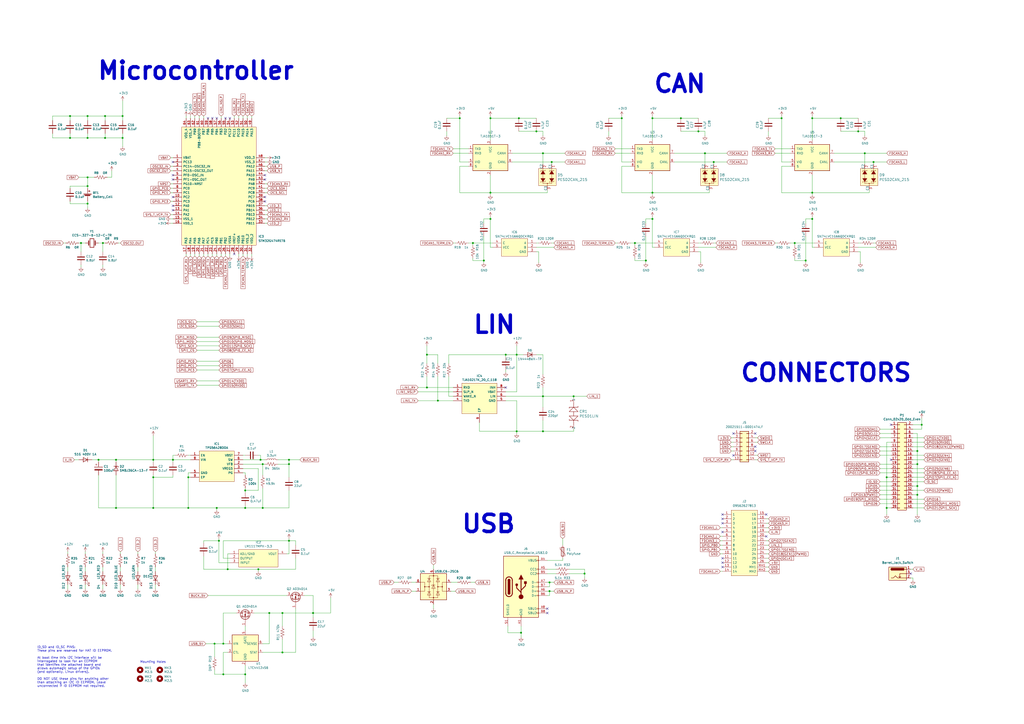
<source format=kicad_sch>
(kicad_sch (version 20211123) (generator eeschema)
  (paper "A2")
  (title_block (date "2022-01-22"))
  (junction (at 156.21 355.6))
  (junction (at 311.15 76.2))
  (junction (at 142.24 284.48))
  (junction (at 284.48 111.76))
  (junction (at 360.68 68.58))
  (junction (at 532.13 261.62))
  (junction (at 293.37 205.74))
  (junction (at 125.73 294.64))
  (junction (at 532.13 287.02))
  (junction (at 280.67 151.13))
  (junction (at 254 232.41))
  (junction (at 50.8 107.95))
  (junction (at 339.09 332.74))
  (junction (at 497.84 76.2))
  (junction (at 332.74 229.87))
  (junction (at 100.33 266.7))
  (junction (at 57.15 266.7))
  (junction (at 59.69 140.97))
  (junction (at 471.17 127))
  (junction (at 320.04 93.98))
  (junction (at 300.99 68.58))
  (junction (at 378.46 111.76))
  (junction (at 163.83 378.46))
  (junction (at 88.9 276.86))
  (junction (at 284.48 127))
  (junction (at 71.12 80.01))
  (junction (at 67.31 294.64))
  (junction (at 514.35 294.64))
  (junction (at 88.9 294.64))
  (junction (at 127 313.69))
  (junction (at 167.64 313.69))
  (junction (at 109.22 294.64))
  (junction (at 374.65 151.13))
  (junction (at 40.64 67.31))
  (junction (at 408.94 88.9))
  (junction (at 378.46 68.58))
  (junction (at 299.72 250.19))
  (junction (at 467.36 151.13))
  (junction (at 471.17 111.76))
  (junction (at 149.86 330.2))
  (junction (at 405.13 76.2))
  (junction (at 152.4 294.64))
  (junction (at 60.96 80.01))
  (junction (at 471.17 68.58))
  (junction (at 378.46 127))
  (junction (at 314.96 250.19))
  (junction (at 514.35 276.86))
  (junction (at 506.73 93.98))
  (junction (at 302.26 367.03))
  (junction (at 314.96 88.9))
  (junction (at 534.67 246.38))
  (junction (at 318.77 337.82))
  (junction (at 67.31 266.7))
  (junction (at 501.65 88.9))
  (junction (at 71.12 67.31))
  (junction (at 167.64 269.24))
  (junction (at 487.68 68.58))
  (junction (at 88.9 266.7))
  (junction (at 50.8 118.11))
  (junction (at 247.65 205.74))
  (junction (at 368.3 140.97))
  (junction (at 314.96 229.87))
  (junction (at 247.65 224.79))
  (junction (at 129.54 391.16))
  (junction (at 284.48 68.58))
  (junction (at 274.32 140.97))
  (junction (at 181.61 355.6))
  (junction (at 142.24 391.16))
  (junction (at 266.7 68.58))
  (junction (at 167.64 266.7))
  (junction (at 50.8 80.01))
  (junction (at 414.02 93.98))
  (junction (at 142.24 294.64))
  (junction (at 60.96 67.31))
  (junction (at 46.99 140.97))
  (junction (at 318.77 342.9))
  (junction (at 453.39 68.58))
  (junction (at 50.8 67.31))
  (junction (at 394.97 68.58))
  (junction (at 299.72 205.74))
  (junction (at 124.46 373.38))
  (junction (at 109.22 276.86))
  (junction (at 163.83 355.6))
  (junction (at 40.64 80.01))
  (junction (at 129.54 373.38))
  (junction (at 151.13 266.7))
  (junction (at 132.08 330.2))
  (junction (at 532.13 269.24))
  (junction (at 461.01 140.97))
  (junction (at 152.4 269.24))
  (junction (at 50.8 102.87))
  (junction (at 532.13 281.94))
  (no_connect (at 293.37 224.79))
  (no_connect (at 516.89 266.7))
  (no_connect (at 135.89 147.32))
  (no_connect (at 317.5 355.6))
  (no_connect (at 153.67 116.84))
  (no_connect (at 528.32 332.74))
  (no_connect (at 438.15 259.08))
  (no_connect (at 153.67 114.3))
  (no_connect (at 100.33 101.6))
  (no_connect (at 100.33 104.14))
  (no_connect (at 425.45 264.16))
  (no_connect (at 425.45 251.46))
  (no_connect (at 317.5 353.06))
  (no_connect (at 438.15 261.62))
  (no_connect (at 419.1 308.61))
  (no_connect (at 444.5 311.15))
  (no_connect (at 444.5 298.45))
  (no_connect (at 419.1 298.45))
  (no_connect (at 419.1 300.99))
  (no_connect (at 419.1 303.53))
  (no_connect (at 133.35 68.58))
  (no_connect (at 125.73 68.58))
  (no_connect (at 130.81 68.58))
  (no_connect (at 516.89 246.38))
  (no_connect (at 153.67 104.14))
  (no_connect (at 100.33 121.92))
  (no_connect (at 153.67 101.6))
  (no_connect (at 100.33 119.38))
  (no_connect (at 120.65 68.58))
  (no_connect (at 123.19 68.58))
  (no_connect (at 100.33 93.98))
  (no_connect (at 438.15 251.46))
  (no_connect (at 419.1 323.85))
  (no_connect (at 419.1 326.39))
  (no_connect (at 419.1 328.93))
  (no_connect (at 100.33 114.3))
  (wire (pts (xy 153.67 121.92) (xy 154.94 121.92)))
  (wire (pts (xy 156.21 373.38) (xy 156.21 355.6)))
  (wire (pts (xy 140.97 274.32) (xy 142.24 274.32)))
  (wire (pts (xy 445.77 76.2) (xy 445.77 78.74)))
  (wire (pts (xy 163.83 378.46) (xy 171.45 378.46)))
  (wire (pts (xy 529.59 292.1) (xy 535.94 292.1)))
  (wire (pts (xy 514.35 256.54) (xy 516.89 256.54)))
  (wire (pts (xy 516.89 248.92) (xy 510.54 248.92)))
  (wire (pts (xy 444.5 313.69) (xy 445.77 313.69)))
  (wire (pts (xy 514.35 256.54) (xy 514.35 276.86)))
  (wire (pts (xy 191.77 355.6) (xy 191.77 346.71)))
  (wire (pts (xy 67.31 294.64) (xy 88.9 294.64)))
  (wire (pts (xy 378.46 143.51) (xy 379.73 143.51)))
  (wire (pts (xy 119.38 373.38) (xy 124.46 373.38)))
  (wire (pts (xy 151.13 266.7) (xy 153.67 266.7)))
  (wire (pts (xy 360.68 96.52) (xy 360.68 111.76)))
  (wire (pts (xy 118.11 330.2) (xy 132.08 330.2)))
  (wire (pts (xy 311.15 143.51) (xy 321.31 143.51)))
  (wire (pts (xy 60.96 140.97) (xy 59.69 140.97)))
  (wire (pts (xy 284.48 101.6) (xy 284.48 111.76)))
  (wire (pts (xy 146.05 147.32) (xy 146.05 148.59)))
  (wire (pts (xy 271.78 86.36) (xy 262.89 86.36)))
  (wire (pts (xy 299.72 250.19) (xy 299.72 251.46)))
  (wire (pts (xy 100.33 266.7) (xy 100.33 267.97)))
  (wire (pts (xy 483.87 93.98) (xy 506.73 93.98)))
  (wire (pts (xy 487.68 76.2) (xy 497.84 76.2)))
  (wire (pts (xy 151.13 264.16) (xy 151.13 266.7)))
  (wire (pts (xy 458.47 88.9) (xy 449.58 88.9)))
  (wire (pts (xy 142.24 284.48) (xy 149.86 284.48)))
  (wire (pts (xy 424.18 266.7) (xy 425.45 266.7)))
  (wire (pts (xy 453.39 96.52) (xy 453.39 111.76)))
  (wire (pts (xy 142.24 283.21) (xy 142.24 284.48)))
  (wire (pts (xy 129.54 373.38) (xy 132.08 373.38)))
  (wire (pts (xy 142.24 284.48) (xy 142.24 285.75)))
  (wire (pts (xy 146.05 67.31) (xy 146.05 68.58)))
  (wire (pts (xy 127 186.69) (xy 114.3 186.69)))
  (wire (pts (xy 260.35 205.74) (xy 293.37 205.74)))
  (wire (pts (xy 314.96 250.19) (xy 299.72 250.19)))
  (wire (pts (xy 39.37 320.04) (xy 39.37 321.31)))
  (wire (pts (xy 50.8 109.22) (xy 50.8 107.95)))
  (wire (pts (xy 262.89 229.87) (xy 260.35 229.87)))
  (wire (pts (xy 417.83 313.69) (xy 419.1 313.69)))
  (wire (pts (xy 284.48 111.76) (xy 284.48 113.03)))
  (wire (pts (xy 532.13 261.62) (xy 529.59 261.62)))
  (wire (pts (xy 142.24 365.76) (xy 142.24 363.22)))
  (wire (pts (xy 67.31 266.7) (xy 88.9 266.7)))
  (wire (pts (xy 529.59 271.78) (xy 535.94 271.78)))
  (wire (pts (xy 510.54 271.78) (xy 516.89 271.78)))
  (wire (pts (xy 299.72 205.74) (xy 299.72 227.33)))
  (wire (pts (xy 153.67 127) (xy 154.94 127)))
  (wire (pts (xy 114.3 214.63) (xy 127 214.63)))
  (wire (pts (xy 471.17 127) (xy 467.36 127)))
  (wire (pts (xy 99.06 109.22) (xy 100.33 109.22)))
  (wire (pts (xy 510.54 292.1) (xy 516.89 292.1)))
  (wire (pts (xy 274.32 149.86) (xy 274.32 151.13)))
  (wire (pts (xy 411.48 111.76) (xy 411.48 110.49)))
  (wire (pts (xy 59.69 328.93) (xy 59.69 331.47)))
  (wire (pts (xy 510.54 264.16) (xy 516.89 264.16)))
  (wire (pts (xy 118.11 313.69) (xy 118.11 314.96)))
  (wire (pts (xy 152.4 378.46) (xy 163.83 378.46)))
  (wire (pts (xy 260.35 229.87) (xy 260.35 218.44)))
  (wire (pts (xy 284.48 68.58) (xy 300.99 68.58)))
  (wire (pts (xy 514.35 276.86) (xy 516.89 276.86)))
  (wire (pts (xy 135.89 67.31) (xy 135.89 68.58)))
  (wire (pts (xy 49.53 339.09) (xy 49.53 341.63)))
  (wire (pts (xy 444.5 328.93) (xy 445.77 328.93)))
  (wire (pts (xy 501.65 95.25) (xy 501.65 88.9)))
  (wire (pts (xy 40.64 107.95) (xy 50.8 107.95)))
  (wire (pts (xy 506.73 140.97) (xy 508 140.97)))
  (wire (pts (xy 332.74 229.87) (xy 340.36 229.87)))
  (wire (pts (xy 260.35 210.82) (xy 260.35 205.74)))
  (wire (pts (xy 114.3 220.98) (xy 127 220.98)))
  (wire (pts (xy 529.59 274.32) (xy 535.94 274.32)))
  (wire (pts (xy 317.5 332.74) (xy 322.58 332.74)))
  (wire (pts (xy 231.14 337.82) (xy 228.6 337.82)))
  (wire (pts (xy 529.59 279.4) (xy 535.94 279.4)))
  (wire (pts (xy 40.64 77.47) (xy 40.64 80.01)))
  (wire (pts (xy 294.64 363.22) (xy 294.64 367.03)))
  (wire (pts (xy 40.64 69.85) (xy 40.64 67.31)))
  (wire (pts (xy 332.74 248.92) (xy 332.74 250.19)))
  (wire (pts (xy 317.5 345.44) (xy 318.77 345.44)))
  (wire (pts (xy 311.15 140.97) (xy 312.42 140.97)))
  (wire (pts (xy 314.96 88.9) (xy 327.66 88.9)))
  (wire (pts (xy 142.24 294.64) (xy 125.73 294.64)))
  (wire (pts (xy 128.27 147.32) (xy 128.27 148.59)))
  (wire (pts (xy 529.59 256.54) (xy 535.94 256.54)))
  (wire (pts (xy 57.15 266.7) (xy 67.31 266.7)))
  (wire (pts (xy 60.96 77.47) (xy 60.96 80.01)))
  (wire (pts (xy 110.49 147.32) (xy 110.49 148.59)))
  (wire (pts (xy 125.73 147.32) (xy 125.73 148.59)))
  (wire (pts (xy 534.67 246.38) (xy 529.59 246.38)))
  (wire (pts (xy 247.65 205.74) (xy 247.65 200.66)))
  (wire (pts (xy 262.89 224.79) (xy 247.65 224.79)))
  (wire (pts (xy 120.65 345.44) (xy 166.37 345.44)))
  (wire (pts (xy 50.8 116.84) (xy 50.8 118.11)))
  (wire (pts (xy 110.49 67.31) (xy 110.49 68.58)))
  (wire (pts (xy 99.06 91.44) (xy 100.33 91.44)))
  (wire (pts (xy 444.5 303.53) (xy 445.77 303.53)))
  (wire (pts (xy 57.15 266.7) (xy 57.15 267.97)))
  (wire (pts (xy 365.76 86.36) (xy 356.87 86.36)))
  (wire (pts (xy 259.08 68.58) (xy 266.7 68.58)))
  (wire (pts (xy 36.83 140.97) (xy 38.1 140.97)))
  (wire (pts (xy 62.23 102.87) (xy 64.77 102.87)))
  (wire (pts (xy 99.06 129.54) (xy 100.33 129.54)))
  (wire (pts (xy 424.18 259.08) (xy 425.45 259.08)))
  (wire (pts (xy 299.72 200.66) (xy 299.72 205.74)))
  (wire (pts (xy 302.26 363.22) (xy 302.26 367.03)))
  (wire (pts (xy 40.64 109.22) (xy 40.64 107.95)))
  (wire (pts (xy 467.36 137.16) (xy 467.36 151.13)))
  (wire (pts (xy 378.46 68.58) (xy 394.97 68.58)))
  (wire (pts (xy 101.6 264.16) (xy 100.33 264.16)))
  (wire (pts (xy 408.94 76.2) (xy 408.94 78.74)))
  (wire (pts (xy 532.13 251.46) (xy 532.13 261.62)))
  (wire (pts (xy 510.54 281.94) (xy 516.89 281.94)))
  (wire (pts (xy 378.46 125.73) (xy 378.46 127)))
  (wire (pts (xy 378.46 67.31) (xy 378.46 68.58)))
  (wire (pts (xy 125.73 294.64) (xy 109.22 294.64)))
  (wire (pts (xy 368.3 140.97) (xy 368.3 142.24)))
  (wire (pts (xy 109.22 264.16) (xy 110.49 264.16)))
  (wire (pts (xy 114.3 223.52) (xy 127 223.52)))
  (wire (pts (xy 438.15 254) (xy 439.42 254)))
  (wire (pts (xy 293.37 214.63) (xy 293.37 215.9)))
  (wire (pts (xy 320.04 95.25) (xy 320.04 93.98)))
  (wire (pts (xy 365.76 88.9) (xy 356.87 88.9)))
  (wire (pts (xy 424.18 254) (xy 425.45 254)))
  (wire (pts (xy 39.37 328.93) (xy 39.37 331.47)))
  (wire (pts (xy 167.64 313.69) (xy 167.64 312.42)))
  (wire (pts (xy 294.64 367.03) (xy 302.26 367.03)))
  (wire (pts (xy 153.67 106.68) (xy 154.94 106.68)))
  (wire (pts (xy 471.17 125.73) (xy 471.17 127)))
  (wire (pts (xy 50.8 102.87) (xy 54.61 102.87)))
  (wire (pts (xy 353.06 76.2) (xy 353.06 78.74)))
  (wire (pts (xy 90.17 320.04) (xy 90.17 321.31)))
  (wire (pts (xy 532.13 251.46) (xy 529.59 251.46)))
  (wire (pts (xy 181.61 345.44) (xy 181.61 355.6)))
  (wire (pts (xy 424.18 256.54) (xy 425.45 256.54)))
  (wire (pts (xy 280.67 127) (xy 280.67 129.54)))
  (wire (pts (xy 181.61 355.6) (xy 181.61 358.14)))
  (wire (pts (xy 127 312.42) (xy 127 313.69)))
  (wire (pts (xy 438.15 264.16) (xy 439.42 264.16)))
  (wire (pts (xy 516.89 259.08) (xy 510.54 259.08)))
  (wire (pts (xy 60.96 69.85) (xy 60.96 67.31)))
  (wire (pts (xy 320.04 93.98) (xy 327.66 93.98)))
  (wire (pts (xy 532.13 287.02) (xy 529.59 287.02)))
  (wire (pts (xy 107.95 147.32) (xy 107.95 148.59)))
  (wire (pts (xy 153.67 99.06) (xy 154.94 99.06)))
  (wire (pts (xy 314.96 250.19) (xy 332.74 250.19)))
  (wire (pts (xy 326.39 325.12) (xy 326.39 323.85)))
  (wire (pts (xy 247.65 218.44) (xy 247.65 224.79)))
  (wire (pts (xy 115.57 147.32) (xy 115.57 148.59)))
  (wire (pts (xy 360.68 68.58) (xy 360.68 93.98)))
  (wire (pts (xy 261.62 342.9) (xy 264.16 342.9)))
  (wire (pts (xy 99.06 111.76) (xy 100.33 111.76)))
  (wire (pts (xy 138.43 67.31) (xy 138.43 68.58)))
  (wire (pts (xy 167.64 266.7) (xy 167.64 269.24)))
  (wire (pts (xy 497.84 76.2) (xy 501.65 76.2)))
  (wire (pts (xy 365.76 96.52) (xy 360.68 96.52)))
  (wire (pts (xy 471.17 127) (xy 471.17 143.51)))
  (wire (pts (xy 501.65 88.9) (xy 514.35 88.9)))
  (wire (pts (xy 124.46 391.16) (xy 129.54 391.16)))
  (wire (pts (xy 247.65 210.82) (xy 247.65 205.74)))
  (wire (pts (xy 113.03 147.32) (xy 113.03 148.59)))
  (wire (pts (xy 60.96 80.01) (xy 71.12 80.01)))
  (wire (pts (xy 284.48 125.73) (xy 284.48 127)))
  (wire (pts (xy 71.12 80.01) (xy 71.12 85.09)))
  (wire (pts (xy 417.83 311.15) (xy 419.1 311.15)))
  (wire (pts (xy 125.73 295.91) (xy 125.73 294.64)))
  (wire (pts (xy 534.67 242.57) (xy 534.67 246.38)))
  (wire (pts (xy 88.9 276.86) (xy 100.33 276.86)))
  (wire (pts (xy 504.19 111.76) (xy 504.19 110.49)))
  (wire (pts (xy 529.59 276.86) (xy 535.94 276.86)))
  (wire (pts (xy 113.03 67.31) (xy 113.03 68.58)))
  (wire (pts (xy 284.48 143.51) (xy 285.75 143.51)))
  (wire (pts (xy 339.09 332.74) (xy 339.09 335.28)))
  (wire (pts (xy 88.9 294.64) (xy 109.22 294.64)))
  (wire (pts (xy 88.9 267.97) (xy 88.9 266.7)))
  (wire (pts (xy 394.97 68.58) (xy 405.13 68.58)))
  (wire (pts (xy 69.85 339.09) (xy 69.85 341.63)))
  (wire (pts (xy 444.5 316.23) (xy 445.77 316.23)))
  (wire (pts (xy 110.49 274.32) (xy 109.22 274.32)))
  (wire (pts (xy 118.11 322.58) (xy 118.11 330.2)))
  (wire (pts (xy 394.97 76.2) (xy 405.13 76.2)))
  (wire (pts (xy 132.08 321.31) (xy 132.08 330.2)))
  (wire (pts (xy 314.96 224.79) (xy 314.96 229.87)))
  (wire (pts (xy 516.89 269.24) (xy 510.54 269.24)))
  (wire (pts (xy 171.45 323.85) (xy 171.45 330.2)))
  (wire (pts (xy 99.06 99.06) (xy 100.33 99.06)))
  (wire (pts (xy 143.51 147.32) (xy 143.51 148.59)))
  (wire (pts (xy 317.5 340.36) (xy 318.77 340.36)))
  (wire (pts (xy 153.67 96.52) (xy 154.94 96.52)))
  (wire (pts (xy 140.97 269.24) (xy 152.4 269.24)))
  (wire (pts (xy 391.16 88.9) (xy 408.94 88.9)))
  (wire (pts (xy 293.37 205.74) (xy 299.72 205.74)))
  (wire (pts (xy 514.35 276.86) (xy 514.35 294.64)))
  (wire (pts (xy 529.59 284.48) (xy 535.94 284.48)))
  (wire (pts (xy 50.8 67.31) (xy 60.96 67.31)))
  (wire (pts (xy 114.3 212.09) (xy 127 212.09)))
  (wire (pts (xy 339.09 332.74) (xy 330.2 332.74)))
  (wire (pts (xy 453.39 67.31) (xy 453.39 68.58)))
  (wire (pts (xy 317.5 111.76) (xy 284.48 111.76)))
  (wire (pts (xy 529.59 294.64) (xy 535.94 294.64)))
  (wire (pts (xy 299.72 232.41) (xy 299.72 250.19)))
  (wire (pts (xy 293.37 205.74) (xy 293.37 207.01)))
  (wire (pts (xy 504.19 111.76) (xy 471.17 111.76)))
  (wire (pts (xy 449.58 140.97) (xy 450.85 140.97)))
  (wire (pts (xy 278.13 250.19) (xy 299.72 250.19)))
  (wire (pts (xy 378.46 68.58) (xy 378.46 81.28)))
  (wire (pts (xy 461.01 151.13) (xy 467.36 151.13)))
  (wire (pts (xy 314.96 243.84) (xy 314.96 250.19)))
  (wire (pts (xy 532.13 281.94) (xy 532.13 287.02)))
  (wire (pts (xy 153.67 124.46) (xy 154.94 124.46)))
  (wire (pts (xy 330.2 330.2) (xy 339.09 330.2)))
  (wire (pts (xy 124.46 373.38) (xy 124.46 381)))
  (wire (pts (xy 140.97 266.7) (xy 151.13 266.7)))
  (wire (pts (xy 110.49 266.7) (xy 100.33 266.7)))
  (wire (pts (xy 259.08 76.2) (xy 259.08 78.74)))
  (wire (pts (xy 109.22 274.32) (xy 109.22 276.86)))
  (wire (pts (xy 167.64 321.31) (xy 167.64 313.69)))
  (wire (pts (xy 30.48 67.31) (xy 40.64 67.31)))
  (wire (pts (xy 365.76 93.98) (xy 360.68 93.98)))
  (wire (pts (xy 152.4 269.24) (xy 153.67 269.24)))
  (wire (pts (xy 461.01 140.97) (xy 472.44 140.97)))
  (wire (pts (xy 163.83 355.6) (xy 163.83 363.22)))
  (wire (pts (xy 302.26 367.03) (xy 302.26 369.57)))
  (wire (pts (xy 153.67 91.44) (xy 154.94 91.44)))
  (wire (pts (xy 365.76 140.97) (xy 368.3 140.97)))
  (wire (pts (xy 133.35 147.32) (xy 133.35 148.59)))
  (wire (pts (xy 273.05 337.82) (xy 275.59 337.82)))
  (wire (pts (xy 534.67 248.92) (xy 529.59 248.92)))
  (wire (pts (xy 161.29 269.24) (xy 167.64 269.24)))
  (wire (pts (xy 510.54 284.48) (xy 516.89 284.48)))
  (wire (pts (xy 374.65 137.16) (xy 374.65 151.13)))
  (wire (pts (xy 499.11 146.05) (xy 499.11 152.4)))
  (wire (pts (xy 176.53 345.44) (xy 181.61 345.44)))
  (wire (pts (xy 149.86 271.78) (xy 149.86 284.48)))
  (wire (pts (xy 280.67 151.13) (xy 280.67 152.4)))
  (wire (pts (xy 114.3 198.12) (xy 127 198.12)))
  (wire (pts (xy 129.54 313.69) (xy 167.64 313.69)))
  (wire (pts (xy 242.57 227.33) (xy 262.89 227.33)))
  (wire (pts (xy 353.06 68.58) (xy 360.68 68.58)))
  (wire (pts (xy 293.37 227.33) (xy 299.72 227.33)))
  (wire (pts (xy 57.15 294.64) (xy 67.31 294.64)))
  (wire (pts (xy 318.77 340.36) (xy 318.77 337.82)))
  (wire (pts (xy 142.24 386.08) (xy 142.24 391.16)))
  (wire (pts (xy 99.06 96.52) (xy 100.33 96.52)))
  (wire (pts (xy 107.95 67.31) (xy 107.95 68.58)))
  (wire (pts (xy 510.54 274.32) (xy 516.89 274.32)))
  (wire (pts (xy 114.3 200.66) (xy 127 200.66)))
  (wire (pts (xy 314.96 229.87) (xy 314.96 236.22)))
  (wire (pts (xy 88.9 266.7) (xy 100.33 266.7)))
  (wire (pts (xy 314.96 205.74) (xy 314.96 217.17)))
  (wire (pts (xy 514.35 294.64) (xy 514.35 298.45)))
  (wire (pts (xy 368.3 151.13) (xy 374.65 151.13)))
  (wire (pts (xy 124.46 373.38) (xy 129.54 373.38)))
  (wire (pts (xy 50.8 80.01) (xy 60.96 80.01)))
  (wire (pts (xy 53.34 266.7) (xy 57.15 266.7)))
  (wire (pts (xy 528.32 335.28) (xy 529.59 335.28)))
  (wire (pts (xy 129.54 391.16) (xy 142.24 391.16)))
  (wire (pts (xy 506.73 93.98) (xy 514.35 93.98)))
  (wire (pts (xy 458.47 93.98) (xy 453.39 93.98)))
  (wire (pts (xy 300.99 76.2) (xy 311.15 76.2)))
  (wire (pts (xy 414.02 140.97) (xy 415.29 140.97)))
  (wire (pts (xy 90.17 328.93) (xy 90.17 331.47)))
  (wire (pts (xy 318.77 342.9) (xy 321.31 342.9)))
  (wire (pts (xy 50.8 118.11) (xy 50.8 120.65)))
  (wire (pts (xy 405.13 146.05) (xy 406.4 146.05)))
  (wire (pts (xy 516.89 279.4) (xy 510.54 279.4)))
  (wire (pts (xy 127 313.69) (xy 118.11 313.69)))
  (wire (pts (xy 50.8 69.85) (xy 50.8 67.31)))
  (wire (pts (xy 461.01 149.86) (xy 461.01 151.13)))
  (wire (pts (xy 129.54 355.6) (xy 137.16 355.6)))
  (wire (pts (xy 532.13 261.62) (xy 532.13 269.24)))
  (wire (pts (xy 262.89 232.41) (xy 254 232.41)))
  (wire (pts (xy 67.31 275.59) (xy 67.31 294.64)))
  (wire (pts (xy 532.13 287.02) (xy 532.13 298.45)))
  (wire (pts (xy 90.17 339.09) (xy 90.17 341.63)))
  (wire (pts (xy 266.7 68.58) (xy 266.7 93.98)))
  (wire (pts (xy 408.94 88.9) (xy 421.64 88.9)))
  (wire (pts (xy 414.02 95.25) (xy 414.02 93.98)))
  (wire (pts (xy 378.46 101.6) (xy 378.46 111.76)))
  (wire (pts (xy 514.35 294.64) (xy 516.89 294.64)))
  (wire (pts (xy 46.99 146.05) (xy 46.99 140.97)))
  (wire (pts (xy 100.33 276.86) (xy 100.33 275.59)))
  (wire (pts (xy 417.83 306.07) (xy 419.1 306.07)))
  (wire (pts (xy 534.67 246.38) (xy 534.67 248.92)))
  (wire (pts (xy 149.86 264.16) (xy 151.13 264.16)))
  (wire (pts (xy 163.83 355.6) (xy 181.61 355.6)))
  (wire (pts (xy 529.59 254) (xy 535.94 254)))
  (wire (pts (xy 510.54 261.62) (xy 516.89 261.62)))
  (wire (pts (xy 314.96 76.2) (xy 314.96 78.74)))
  (wire (pts (xy 262.89 140.97) (xy 264.16 140.97)))
  (wire (pts (xy 497.84 140.97) (xy 499.11 140.97)))
  (wire (pts (xy 181.61 355.6) (xy 191.77 355.6)))
  (wire (pts (xy 497.84 143.51) (xy 508 143.51)))
  (wire (pts (xy 284.48 111.76) (xy 266.7 111.76)))
  (wire (pts (xy 247.65 224.79) (xy 242.57 224.79)))
  (wire (pts (xy 444.5 321.31) (xy 445.77 321.31)))
  (wire (pts (xy 300.99 68.58) (xy 311.15 68.58)))
  (wire (pts (xy 261.62 337.82) (xy 265.43 337.82)))
  (wire (pts (xy 532.13 281.94) (xy 529.59 281.94)))
  (wire (pts (xy 487.68 68.58) (xy 497.84 68.58)))
  (wire (pts (xy 30.48 77.47) (xy 30.48 80.01)))
  (wire (pts (xy 445.77 68.58) (xy 453.39 68.58)))
  (wire (pts (xy 114.3 203.2) (xy 127 203.2)))
  (wire (pts (xy 406.4 146.05) (xy 406.4 152.4)))
  (wire (pts (xy 123.19 147.32) (xy 123.19 148.59)))
  (wire (pts (xy 40.64 118.11) (xy 50.8 118.11)))
  (wire (pts (xy 129.54 323.85) (xy 129.54 313.69)))
  (wire (pts (xy 471.17 101.6) (xy 471.17 111.76)))
  (wire (pts (xy 317.5 342.9) (xy 318.77 342.9)))
  (wire (pts (xy 529.59 266.7) (xy 535.94 266.7)))
  (wire (pts (xy 405.13 140.97) (xy 406.4 140.97)))
  (wire (pts (xy 152.4 269.24) (xy 152.4 275.59)))
  (wire (pts (xy 254 232.41) (xy 242.57 232.41)))
  (wire (pts (xy 318.77 337.82) (xy 321.31 337.82)))
  (wire (pts (xy 153.67 119.38) (xy 154.94 119.38)))
  (wire (pts (xy 471.17 68.58) (xy 487.68 68.58)))
  (wire (pts (xy 59.69 320.04) (xy 59.69 321.31)))
  (wire (pts (xy 274.32 140.97) (xy 285.75 140.97)))
  (wire (pts (xy 339.09 330.2) (xy 339.09 332.74)))
  (wire (pts (xy 284.48 127) (xy 284.48 143.51)))
  (wire (pts (xy 438.15 256.54) (xy 439.42 256.54)))
  (wire (pts (xy 46.99 140.97) (xy 49.53 140.97)))
  (wire (pts (xy 167.64 294.64) (xy 167.64 284.48)))
  (wire (pts (xy 80.01 320.04) (xy 80.01 321.31)))
  (wire (pts (xy 320.04 140.97) (xy 321.31 140.97)))
  (wire (pts (xy 153.67 109.22) (xy 154.94 109.22)))
  (wire (pts (xy 528.32 330.2) (xy 529.59 330.2)))
  (wire (pts (xy 142.24 391.16) (xy 142.24 396.24)))
  (wire (pts (xy 59.69 153.67) (xy 59.69 154.94)))
  (wire (pts (xy 405.13 76.2) (xy 408.94 76.2)))
  (wire (pts (xy 417.83 316.23) (xy 419.1 316.23)))
  (wire (pts (xy 30.48 80.01) (xy 40.64 80.01)))
  (wire (pts (xy 80.01 328.93) (xy 80.01 331.47)))
  (wire (pts (xy 152.4 283.21) (xy 152.4 294.64)))
  (wire (pts (xy 109.22 276.86) (xy 109.22 294.64)))
  (wire (pts (xy 120.65 147.32) (xy 120.65 148.59)))
  (wire (pts (xy 110.49 276.86) (xy 109.22 276.86)))
  (wire (pts (xy 254 218.44) (xy 254 232.41)))
  (wire (pts (xy 368.3 149.86) (xy 368.3 151.13)))
  (wire (pts (xy 43.18 266.7) (xy 45.72 266.7)))
  (wire (pts (xy 46.99 153.67) (xy 46.99 154.94)))
  (wire (pts (xy 374.65 127) (xy 374.65 129.54)))
  (wire (pts (xy 99.06 127) (xy 100.33 127)))
  (wire (pts (xy 132.08 378.46) (xy 129.54 378.46)))
  (wire (pts (xy 57.15 140.97) (xy 59.69 140.97)))
  (wire (pts (xy 312.42 146.05) (xy 312.42 152.4)))
  (wire (pts (xy 118.11 67.31) (xy 118.11 68.58)))
  (wire (pts (xy 391.16 93.98) (xy 414.02 93.98)))
  (wire (pts (xy 444.5 323.85) (xy 445.77 323.85)))
  (wire (pts (xy 458.47 96.52) (xy 453.39 96.52)))
  (wire (pts (xy 130.81 147.32) (xy 130.81 148.59)))
  (wire (pts (xy 453.39 68.58) (xy 453.39 93.98)))
  (wire (pts (xy 284.48 127) (xy 280.67 127)))
  (wire (pts (xy 529.59 264.16) (xy 535.94 264.16)))
  (wire (pts (xy 50.8 107.95) (xy 50.8 102.87)))
  (wire (pts (xy 88.9 276.86) (xy 88.9 294.64)))
  (wire (pts (xy 140.97 67.31) (xy 140.97 68.58)))
  (wire (pts (xy 453.39 111.76) (xy 471.17 111.76)))
  (wire (pts (xy 129.54 378.46) (xy 129.54 391.16)))
  (wire (pts (xy 532.13 269.24) (xy 532.13 281.94)))
  (wire (pts (xy 378.46 127) (xy 374.65 127)))
  (wire (pts (xy 99.06 106.68) (xy 100.33 106.68)))
  (wire (pts (xy 461.01 140.97) (xy 461.01 142.24)))
  (wire (pts (xy 49.53 320.04) (xy 49.53 321.31)))
  (wire (pts (xy 60.96 67.31) (xy 71.12 67.31)))
  (wire (pts (xy 152.4 373.38) (xy 156.21 373.38)))
  (wire (pts (xy 297.18 88.9) (xy 314.96 88.9)))
  (wire (pts (xy 332.74 231.14) (xy 332.74 229.87)))
  (wire (pts (xy 156.21 355.6) (xy 163.83 355.6)))
  (wire (pts (xy 471.17 68.58) (xy 471.17 81.28)))
  (wire (pts (xy 444.5 308.61) (xy 445.77 308.61)))
  (wire (pts (xy 57.15 275.59) (xy 57.15 294.64)))
  (wire (pts (xy 59.69 140.97) (xy 59.69 146.05)))
  (wire (pts (xy 506.73 95.25) (xy 506.73 93.98)))
  (wire (pts (xy 378.46 127) (xy 378.46 143.51)))
  (wire (pts (xy 251.46 350.52) (xy 251.46 353.06)))
  (wire (pts (xy 115.57 67.31) (xy 115.57 68.58)))
  (wire (pts (xy 163.83 370.84) (xy 163.83 378.46)))
  (wire (pts (xy 314.96 95.25) (xy 314.96 88.9)))
  (wire (pts (xy 147.32 355.6) (xy 156.21 355.6)))
  (wire (pts (xy 133.35 323.85) (xy 129.54 323.85)))
  (wire (pts (xy 284.48 68.58) (xy 284.48 81.28)))
  (wire (pts (xy 266.7 96.52) (xy 266.7 111.76)))
  (wire (pts (xy 271.78 93.98) (xy 266.7 93.98)))
  (wire (pts (xy 444.5 306.07) (xy 445.77 306.07)))
  (wire (pts (xy 271.78 140.97) (xy 274.32 140.97)))
  (wire (pts (xy 114.3 209.55) (xy 127 209.55)))
  (wire (pts (xy 140.97 271.78) (xy 149.86 271.78)))
  (wire (pts (xy 284.48 67.31) (xy 284.48 68.58)))
  (wire (pts (xy 497.84 146.05) (xy 499.11 146.05)))
  (wire (pts (xy 149.86 330.2) (xy 149.86 331.47)))
  (wire (pts (xy 501.65 76.2) (xy 501.65 78.74)))
  (wire (pts (xy 293.37 229.87) (xy 314.96 229.87)))
  (wire (pts (xy 529.59 289.56) (xy 535.94 289.56)))
  (wire (pts (xy 171.45 378.46) (xy 171.45 353.06)))
  (wire (pts (xy 129.54 373.38) (xy 129.54 355.6)))
  (wire (pts (xy 314.96 229.87) (xy 332.74 229.87)))
  (wire (pts (xy 510.54 254) (xy 516.89 254)))
  (wire (pts (xy 127 313.69) (xy 127 326.39)))
  (wire (pts (xy 71.12 69.85) (xy 71.12 67.31)))
  (wire (pts (xy 266.7 67.31) (xy 266.7 68.58)))
  (wire (pts (xy 80.01 339.09) (xy 80.01 341.63)))
  (wire (pts (xy 529.59 259.08) (xy 535.94 259.08)))
  (wire (pts (xy 69.85 140.97) (xy 68.58 140.97)))
  (wire (pts (xy 171.45 330.2) (xy 149.86 330.2)))
  (wire (pts (xy 424.18 261.62) (xy 425.45 261.62)))
  (wire (pts (xy 278.13 245.11) (xy 278.13 250.19)))
  (wire (pts (xy 133.35 321.31) (xy 132.08 321.31)))
  (wire (pts (xy 152.4 294.64) (xy 167.64 294.64)))
  (wire (pts (xy 69.85 328.93) (xy 69.85 331.47)))
  (wire (pts (xy 360.68 67.31) (xy 360.68 68.58)))
  (wire (pts (xy 444.5 318.77) (xy 445.77 318.77)))
  (wire (pts (xy 142.24 274.32) (xy 142.24 275.59)))
  (wire (pts (xy 274.32 151.13) (xy 280.67 151.13)))
  (wire (pts (xy 458.47 86.36) (xy 449.58 86.36)))
  (wire (pts (xy 483.87 88.9) (xy 501.65 88.9)))
  (wire (pts (xy 326.39 312.42) (xy 326.39 316.23)))
  (wire (pts (xy 405.13 143.51) (xy 415.29 143.51)))
  (wire (pts (xy 297.18 93.98) (xy 320.04 93.98)))
  (wire (pts (xy 99.06 124.46) (xy 100.33 124.46)))
  (wire (pts (xy 368.3 140.97) (xy 379.73 140.97)))
  (wire (pts (xy 444.5 300.99) (xy 445.77 300.99)))
  (wire (pts (xy 317.5 337.82) (xy 318.77 337.82)))
  (wire (pts (xy 317.5 325.12) (xy 326.39 325.12)))
  (wire (pts (xy 167.64 266.7) (xy 173.99 266.7)))
  (wire (pts (xy 408.94 95.25) (xy 408.94 88.9)))
  (wire (pts (xy 471.17 67.31) (xy 471.17 68.58)))
  (wire (pts (xy 88.9 275.59) (xy 88.9 276.86)))
  (wire (pts (xy 50.8 77.47) (xy 50.8 80.01)))
  (wire (pts (xy 166.37 321.31) (xy 167.64 321.31)))
  (wire (pts (xy 153.67 129.54) (xy 154.94 129.54)))
  (wire (pts (xy 254 205.74) (xy 247.65 205.74)))
  (wire (pts (xy 153.67 93.98) (xy 154.94 93.98)))
  (wire (pts (xy 64.77 102.87) (xy 64.77 99.06)))
  (wire (pts (xy 444.5 326.39) (xy 445.77 326.39)))
  (wire (pts (xy 118.11 147.32) (xy 118.11 148.59)))
  (wire (pts (xy 467.36 151.13) (xy 467.36 152.4)))
  (wire (pts (xy 167.64 313.69) (xy 171.45 313.69)))
  (wire (pts (xy 140.97 264.16) (xy 142.24 264.16)))
  (wire (pts (xy 532.13 269.24) (xy 529.59 269.24)))
  (wire (pts (xy 100.33 264.16) (xy 100.33 266.7)))
  (wire (pts (xy 529.59 335.28) (xy 529.59 336.55)))
  (wire (pts (xy 444.5 331.47) (xy 445.77 331.47)))
  (wire (pts (xy 311.15 76.2) (xy 314.96 76.2)))
  (wire (pts (xy 271.78 96.52) (xy 266.7 96.52)))
  (wire (pts (xy 311.15 146.05) (xy 312.42 146.05)))
  (wire (pts (xy 128.27 67.31) (xy 128.27 68.58)))
  (wire (pts (xy 318.77 345.44) (xy 318.77 342.9)))
  (wire (pts (xy 311.15 205.74) (xy 314.96 205.74)))
  (wire (pts (xy 40.64 67.31) (xy 50.8 67.31)))
  (wire (pts (xy 140.97 147.32) (xy 140.97 148.59)))
  (wire (pts (xy 467.36 127) (xy 467.36 129.54)))
  (wire (pts (xy 378.46 113.03) (xy 378.46 111.76)))
  (wire (pts (xy 153.67 111.76) (xy 154.94 111.76)))
  (wire (pts (xy 510.54 289.56) (xy 516.89 289.56)))
  (wire (pts (xy 299.72 205.74) (xy 303.53 205.74)))
  (wire (pts (xy 516.89 287.02) (xy 510.54 287.02)))
  (wire (pts (xy 49.53 328.93) (xy 49.53 331.47)))
  (wire (pts (xy 40.64 80.01) (xy 50.8 80.01)))
  (wire (pts (xy 71.12 67.31) (xy 71.12 58.42)))
  (wire (pts (xy 280.67 137.16) (xy 280.67 151.13)))
  (wire (pts (xy 114.3 195.58) (xy 127 195.58)))
  (wire (pts (xy 152.4 294.64) (xy 142.24 294.64)))
  (wire (pts (xy 71.12 77.47) (xy 71.12 80.01)))
  (wire (pts (xy 45.72 140.97) (xy 46.99 140.97)))
  (wire (pts (xy 471.17 111.76) (xy 471.17 113.03)))
  (wire (pts (xy 241.3 337.82) (xy 238.76 337.82)))
  (wire (pts (xy 30.48 69.85) (xy 30.48 67.31)))
  (wire (pts (xy 50.8 102.87) (xy 45.72 102.87)))
  (wire (pts (xy 124.46 388.62) (xy 124.46 391.16)))
  (wire (pts (xy 293.37 232.41) (xy 299.72 232.41)))
  (wire (pts (xy 59.69 339.09) (xy 59.69 341.63)))
  (wire (pts (xy 271.78 88.9) (xy 262.89 88.9)))
  (wire (pts (xy 417.83 331.47) (xy 419.1 331.47)))
  (wire (pts (xy 471.17 143.51) (xy 472.44 143.51)))
  (wire (pts (xy 458.47 140.97) (xy 461.01 140.97)))
  (wire (pts (xy 374.65 151.13) (xy 374.65 152.4)))
  (wire (pts (xy 39.37 339.09) (xy 39.37 341.63)))
  (wire (pts (xy 127 326.39) (xy 133.35 326.39)))
  (wire (pts (xy 138.43 147.32) (xy 138.43 148.59)))
  (wire (pts (xy 317.5 330.2) (xy 322.58 330.2)))
  (wire (pts (xy 132.08 330.2) (xy 149.86 330.2)))
  (wire (pts (xy 274.32 140.97) (xy 274.32 142.24)))
  (wire (pts (xy 251.46 327.66) (xy 251.46 330.2)))
  (wire (pts (xy 510.54 251.46) (xy 516.89 251.46)))
  (wire (pts (xy 317.5 111.76) (xy 317.5 110.49)))
  (wire (pts (xy 356.87 140.97) (xy 358.14 140.97)))
  (wire (pts (xy 161.29 266.7) (xy 167.64 266.7)))
  (wire (pts (xy 167.64 269.24) (xy 167.64 276.86)))
  (wire (pts (xy 142.24 293.37) (xy 142.24 294.64)))
  (wire (pts (xy 417.83 318.77) (xy 419.1 318.77)))
  (wire (pts (xy 254 210.82) (xy 254 205.74)))
  (wire (pts (xy 99.06 116.84) (xy 100.33 116.84)))
  (wire (pts (xy 439.42 266.7) (xy 438.15 266.7)))
  (wire (pts (xy 171.45 313.69) (xy 171.45 316.23)))
  (wire (pts (xy 414.02 93.98) (xy 421.64 93.98)))
  (wire (pts (xy 143.51 67.31) (xy 143.51 68.58)))
  (wire (pts (xy 181.61 365.76) (xy 181.61 369.57)))
  (wire (pts (xy 360.68 111.76) (xy 378.46 111.76)))
  (wire (pts (xy 411.48 111.76) (xy 378.46 111.76)))
  (wire (pts (xy 88.9 252.73) (xy 88.9 266.7)))
  (wire (pts (xy 67.31 266.7) (xy 67.31 267.97)))
  (wire (pts (xy 241.3 342.9) (xy 238.76 342.9)))
  (wire (pts (xy 40.64 116.84) (xy 40.64 118.11)))
  (wire (pts (xy 69.85 320.04) (xy 69.85 321.31)))
  (wire (pts (xy 417.83 321.31) (xy 419.1 321.31)))
  (wire (pts (xy 114.3 189.23) (xy 127 189.23)))
  (text "Mounting Holes" (at 81.28 384.81 0) (effects (font (size 1.27 1.27)) (justify left bottom)))
  (text "CAN" (at 410.21 54.61 180) (effects (font (size 10.0076 10.0076) (thickness 2.0015) bold) (justify right bottom)))
  (text "LIN" (at 299.72 194.31 180) (effects (font (size 10.0076 10.0076) (thickness 2.0015) bold) (justify right bottom)))
  (text "Microcontroller" (at 171.45 46.99 180) (effects (font (size 10.0076 10.0076) (thickness 2.0015) bold) (justify right bottom)))
  (text "USB" (at 299.72 309.88 180) (effects (font (size 10.0076 10.0076) (thickness 2.0015) bold) (justify right bottom)))
  (text "CONNECTORS" (at 529.59 222.25 180) (effects (font (size 10.0076 10.0076) (thickness 2.0015) bold) (justify right bottom)))
  (text "ID_SD and ID_SC PINS:\nThese pins are reserved for HAT ID EEPROM.\n\nAt boot time this I2C interface will be\ninterrogated to look for an EEPROM\nthat identifes the attached board and\nallows automagic setup of the GPIOs\n(and optionally, Linux drivers).\n\nDO NOT USE these pins for anything other\nthan attaching an I2C ID EEPROM. Leave\nunconnected if ID EEPROM not required." (at 21.59 398.78 0) (effects (font (size 1.27 1.27)) (justify left bottom)))
  (global_label "V_IN" (shape input) (at 529.59 330.2 0) (property "Intersheet References" "${INTERSHEET_REFS}" (effects hide)))
  (global_label "GPIO_PB1" (shape input) (at 417.83 318.77 180) (property "Intersheet References" "${INTERSHEET_REFS}" (effects hide)))
  (global_label "GPIO6" (shape input) (at 510.54 284.48 180) (property "Intersheet References" "${INTERSHEET_REFS}" (effects hide)))
  (global_label "OSC32_OUT" (shape input) (at 69.85 140.97 0) (property "Intersheet References" "${INTERSHEET_REFS}" (effects hide)))
  (global_label "GPIO7(SPI1_CE_N)" (shape input) (at 127 214.63 0) (property "Intersheet References" "${INTERSHEET_REFS}" (effects hide)))
  (global_label "FDCAN3_H" (shape input) (at 445.77 303.53 0) (property "Intersheet References" "${INTERSHEET_REFS}" (effects hide)))
  (global_label "GPIO4(GCLK)" (shape input) (at 445.77 323.85 0) (property "Intersheet References" "${INTERSHEET_REFS}" (effects hide)))
  (global_label "FDCAN1_H" (shape input) (at 417.83 331.47 180) (property "Intersheet References" "${INTERSHEET_REFS}" (effects hide)))
  (global_label "V_IN" (shape input) (at 43.18 266.7 180) (property "Intersheet References" "${INTERSHEET_REFS}" (effects hide)))
  (global_label "SYS_T_VCP_TX" (shape input) (at 99.06 124.46 180) (property "Intersheet References" "${INTERSHEET_REFS}" (effects hide)))
  (global_label "GPIO9(SPI0_MISO)" (shape input) (at 510.54 271.78 180) (property "Intersheet References" "${INTERSHEET_REFS}" (effects hide)))
  (global_label "LIN1_NSLP" (shape input) (at 242.57 227.33 180) (property "Intersheet References" "${INTERSHEET_REFS}" (effects hide)))
  (global_label "GPIO24(GEN5)" (shape input) (at 535.94 266.7 0) (property "Intersheet References" "${INTERSHEET_REFS}" (effects hide)))
  (global_label "GPIO_PC3" (shape input) (at 99.06 116.84 180) (property "Intersheet References" "${INTERSHEET_REFS}" (effects hide)))
  (global_label "GPIO5" (shape input) (at 127 212.09 0) (property "Intersheet References" "${INTERSHEET_REFS}" (effects hide)))
  (global_label "FDCAN2_H" (shape input) (at 421.64 88.9 0) (property "Intersheet References" "${INTERSHEET_REFS}" (effects hide)))
  (global_label "I2C3_SCL" (shape input) (at 114.3 186.69 180) (property "Intersheet References" "${INTERSHEET_REFS}" (effects hide)))
  (global_label "FDCAN1_TERM_EN" (shape input) (at 262.89 140.97 180) (property "Intersheet References" "${INTERSHEET_REFS}" (effects hide)))
  (global_label "GPIO_PB0" (shape input) (at 125.73 148.59 270) (property "Intersheet References" "${INTERSHEET_REFS}" (effects hide)))
  (global_label "ID_SC" (shape input) (at 535.94 279.4 0) (property "Intersheet References" "${INTERSHEET_REFS}" (effects hide)))
  (global_label "FDCAN3_TX" (shape input) (at 140.97 67.31 90) (property "Intersheet References" "${INTERSHEET_REFS}" (effects hide)))
  (global_label "LIN1_RX" (shape input) (at 242.57 224.79 180) (property "Intersheet References" "${INTERSHEET_REFS}" (effects hide)))
  (global_label "SPI1_SCK" (shape input) (at 114.3 200.66 180) (property "Intersheet References" "${INTERSHEET_REFS}" (effects hide)))
  (global_label "USART1_TX" (shape input) (at 120.65 148.59 270) (property "Intersheet References" "${INTERSHEET_REFS}" (effects hide)))
  (global_label "LED_3" (shape input) (at 154.94 119.38 0) (property "Intersheet References" "${INTERSHEET_REFS}" (effects hide)))
  (global_label "GPIO26" (shape input) (at 510.54 292.1 180) (property "Intersheet References" "${INTERSHEET_REFS}" (effects hide)))
  (global_label "SWDIO" (shape input) (at 146.05 67.31 90) (property "Intersheet References" "${INTERSHEET_REFS}" (effects hide)))
  (global_label "FDCAN1_H" (shape input) (at 321.31 143.51 0) (property "Intersheet References" "${INTERSHEET_REFS}" (effects hide)))
  (global_label "FDCAN2_TX" (shape input) (at 154.94 124.46 0) (property "Intersheet References" "${INTERSHEET_REFS}" (effects hide)))
  (global_label "LIN_1" (shape input) (at 445.77 316.23 0) (property "Intersheet References" "${INTERSHEET_REFS}" (effects hide)))
  (global_label "ID_SD" (shape input) (at 510.54 279.4 180) (property "Intersheet References" "${INTERSHEET_REFS}" (effects hide)))
  (global_label "SPI1_MOSI" (shape input) (at 114.3 198.12 180) (property "Intersheet References" "${INTERSHEET_REFS}" (effects hide)))
  (global_label "GPIO21(SPI1_SCK)" (shape input) (at 535.94 294.64 0) (property "Intersheet References" "${INTERSHEET_REFS}" (effects hide)))
  (global_label "USB_IN_P" (shape input) (at 238.76 342.9 180) (property "Intersheet References" "${INTERSHEET_REFS}" (effects hide)))
  (global_label "FDCAN3_TERM_EN" (shape input) (at 449.58 140.97 180) (property "Intersheet References" "${INTERSHEET_REFS}" (effects hide)))
  (global_label "FDCAN2_L" (shape input) (at 421.64 93.98 0) (property "Intersheet References" "${INTERSHEET_REFS}" (effects hide)))
  (global_label "USB_IN_N" (shape input) (at 321.31 337.82 0) (property "Intersheet References" "${INTERSHEET_REFS}" (effects hide)))
  (global_label "GPIO4(GCLK)" (shape input) (at 510.54 254 180) (property "Intersheet References" "${INTERSHEET_REFS}" (effects hide)))
  (global_label "GPIO19(SPI1_MISO)" (shape input) (at 510.54 289.56 180) (property "Intersheet References" "${INTERSHEET_REFS}" (effects hide)))
  (global_label "GPIO_PC0" (shape input) (at 99.06 109.22 180) (property "Intersheet References" "${INTERSHEET_REFS}" (effects hide)))
  (global_label "V_IN" (shape input) (at 445.77 308.61 0) (property "Intersheet References" "${INTERSHEET_REFS}" (effects hide)))
  (global_label "LIN1_RX" (shape input) (at 135.89 67.31 90) (property "Intersheet References" "${INTERSHEET_REFS}" (effects hide)))
  (global_label "FDCAN3_RX" (shape input) (at 154.94 106.68 0) (property "Intersheet References" "${INTERSHEET_REFS}" (effects hide)))
  (global_label "FDCAN1_RX" (shape input) (at 115.57 67.31 90) (property "Intersheet References" "${INTERSHEET_REFS}" (effects hide)))
  (global_label "GPIO_PC1" (shape input) (at 114.3 212.09 180) (property "Intersheet References" "${INTERSHEET_REFS}" (effects hide)))
  (global_label "OSC32_IN" (shape input) (at 99.06 96.52 180) (property "Intersheet References" "${INTERSHEET_REFS}" (effects hide)))
  (global_label "GPIO2(SDA1)" (shape input) (at 127 189.23 0) (property "Intersheet References" "${INTERSHEET_REFS}" (effects hide)))
  (global_label "LIN_1" (shape input) (at 340.36 229.87 0) (property "Intersheet References" "${INTERSHEET_REFS}" (effects hide)))
  (global_label "GPIO3(SCL1)" (shape input) (at 127 186.69 0) (property "Intersheet References" "${INTERSHEET_REFS}" (effects hide)))
  (global_label "OSC32_OUT" (shape input) (at 99.06 99.06 180) (property "Intersheet References" "${INTERSHEET_REFS}" (effects hide)))
  (global_label "GPIO9(SPI0_MISO)" (shape input) (at 127 195.58 0) (property "Intersheet References" "${INTERSHEET_REFS}" (effects hide)))
  (global_label "GPIO15(RXD0)" (shape input) (at 127 223.52 0) (property "Intersheet References" "${INTERSHEET_REFS}" (effects hide)))
  (global_label "USB_5V" (shape input) (at 326.39 312.42 90) (property "Intersheet References" "${INTERSHEET_REFS}" (effects hide)))
  (global_label "LED_1" (shape input) (at 154.94 121.92 0) (property "Intersheet References" "${INTERSHEET_REFS}" (effects hide)))
  (global_label "GPIO7(SPI1_CE_N)" (shape input) (at 535.94 276.86 0) (property "Intersheet References" "${INTERSHEET_REFS}" (effects hide)))
  (global_label "FDCAN2_RX" (shape input) (at 154.94 127 0) (property "Intersheet References" "${INTERSHEET_REFS}" (effects hide)))
  (global_label "I2C3_SDA" (shape input) (at 114.3 189.23 180) (property "Intersheet References" "${INTERSHEET_REFS}" (effects hide)))
  (global_label "I2C3_SDA" (shape input) (at 154.94 109.22 0) (property "Intersheet References" "${INTERSHEET_REFS}" (effects hide)))
  (global_label "FDCAN1_TX" (shape input) (at 113.03 67.31 90) (property "Intersheet References" "${INTERSHEET_REFS}" (effects hide)))
  (global_label "FDCAN1_L" (shape input) (at 417.83 306.07 180) (property "Intersheet References" "${INTERSHEET_REFS}" (effects hide)))
  (global_label "SWCLK" (shape input) (at 439.42 256.54 0) (property "Intersheet References" "${INTERSHEET_REFS}" (effects hide)))
  (global_label "GPIO5" (shape input) (at 510.54 281.94 180) (property "Intersheet References" "${INTERSHEET_REFS}" (effects hide)))
  (global_label "GPIO13(PWM1)" (shape input) (at 510.54 287.02 180) (property "Intersheet References" "${INTERSHEET_REFS}" (effects hide)))
  (global_label "GPIO18(GEN1)(PWM0)" (shape input) (at 445.77 321.31 0) (property "Intersheet References" "${INTERSHEET_REFS}" (effects hide)))
  (global_label "GPIO11(SPI0_SCK)" (shape input) (at 510.54 274.32 180) (property "Intersheet References" "${INTERSHEET_REFS}" (effects hide)))
  (global_label "SYS_T_VCP_RX" (shape input) (at 424.18 266.7 180) (property "Intersheet References" "${INTERSHEET_REFS}" (effects hide)))
  (global_label "FDCAN1_L" (shape input) (at 321.31 140.97 0) (property "Intersheet References" "${INTERSHEET_REFS}" (effects hide)))
  (global_label "FDCAN1_TERM_EN" (shape input) (at 118.11 67.31 90) (property "Intersheet References" "${INTERSHEET_REFS}" (effects hide)))
  (global_label "GPIO16" (shape input) (at 535.94 289.56 0) (property "Intersheet References" "${INTERSHEET_REFS}" (effects hide)))
  (global_label "GPIO2(SDA1)" (shape input) (at 510.54 248.92 180) (property "Intersheet References" "${INTERSHEET_REFS}" (effects hide)))
  (global_label "GND" (shape input) (at 417.83 321.31 180) (property "Intersheet References" "${INTERSHEET_REFS}" (effects hide)))
  (global_label "+3V3" (shape input) (at 445.77 306.07 0) (property "Intersheet References" "${INTERSHEET_REFS}" (effects hide)))
  (global_label "GPIO_PC0" (shape input) (at 114.3 209.55 180) (property "Intersheet References" "${INTERSHEET_REFS}" (effects hide)))
  (global_label "GPIO8(SPI0_CE_N)" (shape input) (at 127 203.2 0) (property "Intersheet References" "${INTERSHEET_REFS}" (effects hide)))
  (global_label "GND" (shape input) (at 424.18 261.62 180) (property "Intersheet References" "${INTERSHEET_REFS}" (effects hide)))
  (global_label "FDCAN1_H" (shape input) (at 327.66 88.9 0) (property "Intersheet References" "${INTERSHEET_REFS}" (effects hide)))
  (global_label "LIN1_TX" (shape input) (at 242.57 232.41 180) (property "Intersheet References" "${INTERSHEET_REFS}" (effects hide)))
  (global_label "GPIO_PB1" (shape input) (at 128.27 148.59 270) (property "Intersheet References" "${INTERSHEET_REFS}" (effects hide)))
  (global_label "LED_3" (shape input) (at 90.17 320.04 90) (property "Intersheet References" "${INTERSHEET_REFS}" (effects hide)))
  (global_label "SPI1_CS" (shape input) (at 110.49 148.59 270) (property "Intersheet References" "${INTERSHEET_REFS}" (effects hide)))
  (global_label "NRST" (shape input) (at 439.42 264.16 0) (property "Intersheet References" "${INTERSHEET_REFS}" (effects hide)))
  (global_label "FDCAN2_RX" (shape input) (at 356.87 88.9 180) (property "Intersheet References" "${INTERSHEET_REFS}" (effects hide)))
  (global_label "GPIO10(SPI0_MOSI)" (shape input) (at 510.54 269.24 180) (property "Intersheet References" "${INTERSHEET_REFS}" (effects hide)))
  (global_label "FDCAN3_RX" (shape input) (at 449.58 88.9 180) (property "Intersheet References" "${INTERSHEET_REFS}" (effects hide)))
  (global_label "FDCAN3_H" (shape input) (at 514.35 88.9 0) (property "Intersheet References" "${INTERSHEET_REFS}" (effects hide)))
  (global_label "FDCAN1_TX" (shape input) (at 262.89 86.36 180) (property "Intersheet References" "${INTERSHEET_REFS}" (effects hide)))
  (global_label "SYS_T_VCP_RX" (shape input) (at 107.95 148.59 270) (property "Intersheet References" "${INTERSHEET_REFS}" (effects hide)))
  (global_label "USB_P" (shape input) (at 154.94 96.52 0) (property "Intersheet References" "${INTERSHEET_REFS}" (effects hide)))
  (global_label "FDCAN1_L" (shape input) (at 327.66 93.98 0) (property "Intersheet References" "${INTERSHEET_REFS}" (effects hide)))
  (global_label "FDCAN3_L" (shape input) (at 508 140.97 0) (property "Intersheet References" "${INTERSHEET_REFS}" (effects hide)))
  (global_label "GPIO25(GEN6)" (shape input) (at 535.94 271.78 0) (property "Intersheet References" "${INTERSHEET_REFS}" (effects hide)))
  (global_label "GPIO_PB0" (shape input) (at 417.83 316.23 180) (property "Intersheet References" "${INTERSHEET_REFS}" (effects hide)))
  (global_label "FDCAN2_TERM_EN" (shape input) (at 130.81 148.59 270) (property "Intersheet References" "${INTERSHEET_REFS}" (effects hide)))
  (global_label "NRST" (shape input) (at 99.06 106.68 180) (property "Intersheet References" "${INTERSHEET_REFS}" (effects hide)))
  (global_label "FDCAN2_L" (shape input) (at 415.29 140.97 0) (property "Intersheet References" "${INTERSHEET_REFS}" (effects hide)))
  (global_label "+5V" (shape input) (at 445.77 326.39 0) (property "Intersheet References" "${INTERSHEET_REFS}" (effects hide)))
  (global_label "GPIO17(GEN0)" (shape input) (at 445.77 318.77 0) (property "Intersheet References" "${INTERSHEET_REFS}" (effects hide)))
  (global_label "SPI1_MISO" (shape input) (at 115.57 148.59 270) (property "Intersheet References" "${INTERSHEET_REFS}" (effects hide)))
  (global_label "USB_5V" (shape input) (at 251.46 327.66 90) (property "Intersheet References" "${INTERSHEET_REFS}" (effects hide)))
  (global_label "FDCAN2_L" (shape input) (at 417.83 311.15 180) (property "Intersheet References" "${INTERSHEET_REFS}" (effects hide)))
  (global_label "USB_N" (shape input) (at 154.94 99.06 0) (property "Intersheet References" "${INTERSHEET_REFS}" (effects hide)))
  (global_label "USART1_TX" (shape input) (at 114.3 223.52 180) (property "Intersheet References" "${INTERSHEET_REFS}" (effects hide)))
  (global_label "FDCAN3_L" (shape input) (at 417.83 313.69 180) (property "Intersheet References" "${INTERSHEET_REFS}" (effects hide)))
  (global_label "USART1_RX" (shape input) (at 114.3 220.98 180) (property "Intersheet References" "${INTERSHEET_REFS}" (effects hide)))
  (global_label "GPIO27(GEN2)" (shape input) (at 445.77 313.69 0) (property "Intersheet References" "${INTERSHEET_REFS}" (effects hide)))
  (global_label "GND" (shape input) (at 424.18 256.54 180) (property "Intersheet References" "${INTERSHEET_REFS}" (effects hide)))
  (global_label "USB_IN_N" (shape input) (at 264.16 342.9 0) (property "Intersheet References" "${INTERSHEET_REFS}" (effects hide)))
  (global_label "LIN1_NSLP" (shape input) (at 128.27 67.31 90) (property "Intersheet References" "${INTERSHEET_REFS}" (effects hide)))
  (global_label "FDCAN3_TX" (shape input) (at 449.58 86.36 180) (property "Intersheet References" "${INTERSHEET_REFS}" (effects hide)))
  (global_label "SPI1_SCK" (shape input) (at 113.03 148.59 270) (property "Intersheet References" "${INTERSHEET_REFS}" (effects hide)))
  (global_label "GPIO18(GEN1)(PWM0)" (shape input) (at 535.94 259.08 0) (property "Intersheet References" "${INTERSHEET_REFS}" (effects hide)))
  (global_label "USB_5V" (shape input) (at 119.38 373.38 180) (property "Intersheet References" "${INTERSHEET_REFS}" (effects hide)))
  (global_label "BUCK_5V" (shape input) (at 120.65 345.44 180) (property "Intersheet References" "${INTERSHEET_REFS}" (effects hide)))
  (global_label "GPIO23(GEN4)" (shape input) (at 535.94 264.16 0) (property "Intersheet References" "${INTERSHEET_REFS}" (effects hide)))
  (global_label "GPIO8(SPI0_CE_N)" (shape input) (at 535.94 274.32 0) (property "Intersheet References" "${INTERSHEET_REFS}" (effects hide)))
  (global_label "FDCAN2_H" (shape input) (at 415.29 143.51 0) (property "Intersheet References" "${INTERSHEET_REFS}" (effects hide)))
  (global_label "GPIO14(TXD0)" (shape input) (at 535.94 254 0) (property "Intersheet References" "${INTERSHEET_REFS}" (effects hide)))
  (global_label "GPIO17(GEN0)" (shape input) (at 510.54 259.08 180) (property "Intersheet References" "${INTERSHEET_REFS}" (effects hide)))
  (global_label "SPI1_CS" (shape input) (at 114.3 203.2 180) (property "Intersheet References" "${INTERSHEET_REFS}" (effects hide)))
  (global_label "SWCLK" (shape input) (at 143.51 67.31 90) (property "Intersheet References" "${INTERSHEET_REFS}" (effects hide)))
  (global_label "I2C3_SCL" (shape input) (at 154.94 111.76 0) (property "Intersheet References" "${INTERSHEET_REFS}" (effects hide)))
  (global_label "GPIO12(PWM0)" (shape input) (at 535.94 284.48 0) (property "Intersheet References" "${INTERSHEET_REFS}" (effects hide)))
  (global_label "GPIO22(GEN3)" (shape input) (at 510.54 264.16 180) (property "Intersheet References" "${INTERSHEET_REFS}" (effects hide)))
  (global_label "GPIO3(SCL1)" (shape input) (at 510.54 251.46 180) (property "Intersheet References" "${INTERSHEET_REFS}" (effects hide)))
  (global_label "USB_IN_P" (shape input) (at 321.31 342.9 0) (property "Intersheet References" "${INTERSHEET_REFS}" (effects hide)))
  (global_label "LED_1" (shape input) (at 69.85 320.04 90) (property "Intersheet References" "${INTERSHEET_REFS}" (effects hide)))
  (global_label "LIN1_TX" (shape input) (at 138.43 67.31 90) (property "Intersheet References" "${INTERSHEET_REFS}" (effects hide)))
  (global_label "OSC32_IN" (shape input) (at 36.83 140.97 180) (property "Intersheet References" "${INTERSHEET_REFS}" (effects hide)))
  (global_label "SPI1_MOSI" (shape input) (at 118.11 148.59 270) (property "Intersheet References" "${INTERSHEET_REFS}" (effects hide)))
  (global_label "GPIO15(RXD0)" (shape input) (at 535.94 256.54 0) (property "Intersheet References" "${INTERSHEET_REFS}" (effects hide)))
  (global_label "GPIO20(SPI1_MOSI)" (shape input) (at 535.94 292.1 0) (property "Intersheet References" "${INTERSHEET_REFS}" (effects hide)))
  (global_label "VBAT" (shape input) (at 45.72 102.87 180) (property "Intersheet References" "${INTERSHEET_REFS}" (effects hide)))
  (global_label "VBAT" (shape input) (at 99.06 91.44 180) (property "Intersheet References" "${INTERSHEET_REFS}" (effects hide)))
  (global_label "GND" (shape input) (at 445.77 328.93 0) (property "Intersheet References" "${INTERSHEET_REFS}" (effects hide)))
  (global_label "BUCK_5V" (shape input) (at 173.99 266.7 0) (property "Intersheet References" "${INTERSHEET_REFS}" (effects hide)))
  (global_label "SYS_T_VCP_TX" (shape input) (at 439.42 266.7 0) (property "Intersheet References" "${INTERSHEET_REFS}" (effects hide)))
  (global_label "GPIO_PC1" (shape input) (at 99.06 111.76 180) (property "Intersheet References" "${INTERSHEET_REFS}" (effects hide)))
  (global_label "GPIO6" (shape input) (at 127 209.55 0) (property "Intersheet References" "${INTERSHEET_REFS}" (effects hide)))
  (global_label "GPIO27(GEN2)" (shape input) (at 510.54 261.62 180) (property "Intersheet References" "${INTERSHEET_REFS}" (effects hide)))
  (global_label "USB_N" (shape input) (at 275.59 337.82 0) (property "Intersheet References" "${INTERSHEET_REFS}" (effects hide)))
  (global_label "LED_2" (shape input) (at 80.01 320.04 90) (property "Intersheet References" "${INTERSHEET_REFS}" (effects hide)))
  (global_label "LED_2" (shape input) (at 154.94 129.54 0) (property "Intersheet References" "${INTERSHEET_REFS}" (effects hide)))
  (global_label "FDCAN3_H" (shape input) (at 508 143.51 0) (property "Intersheet References" "${INTERSHEET_REFS}" (effects hide)))
  (global_label "GPIO14(TXD0)" (shape input) (at 127 220.98 0) (property "Intersheet References" "${INTERSHEET_REFS}" (effects hide)))
  (global_label "GPIO11(SPI0_SCK)" (shape input) (at 127 200.66 0) (property "Intersheet References" "${INTERSHEET_REFS}" (effects hide)))
  (global_label "FDCAN3_L" (shape input) (at 514.35 93.98 0) (property "Intersheet References" "${INTERSHEET_REFS}" (effects hide)))
  (global_label "USART1_RX" (shape input) (at 123.19 148.59 270) (property "Intersheet References" "${INTERSHEET_REFS}" (effects hide)))
  (global_label "FDCAN1_RX" (shape input) (at 262.89 88.9 180) (property "Intersheet References" "${INTERSHEET_REFS}" (effects hide)))
  (global_label "GND" (shape input) (at 445.77 331.47 0) (property "Intersheet References" "${INTERSHEET_REFS}" (effects hide)))
  (global_label "SWDIO" (shape input) (at 439.42 254 0) (property "Intersheet References" "${INTERSHEET_REFS}" (effects hide)))
  (global_label "FDCAN3_TERM_EN" (shape input) (at 140.97 148.59 270) (property "Intersheet References" "${INTERSHEET_REFS}" (effects hide)))
  (global_label "SPI1_MISO" (shape input) (at 114.3 195.58 180) (property "Intersheet References" "${INTERSHEET_REFS}" (effects hide)))
  (global_label "FDCAN2_TX" (shape input) (at 356.87 86.36 180) (property "Intersheet References" "${INTERSHEET_REFS}" (effects hide)))
  (global_label "GND" (shape input) (at 424.18 259.08 180) (property "Intersheet References" "${INTERSHEET_REFS}" (effects hide)))
  (global_label "+3V3" (shape input) (at 424.18 254 180) (property "Intersheet References" "${INTERSHEET_REFS}" (effects hide)))
  (global_label "GPIO_PC3" (shape input) (at 114.3 214.63 180) (property "Intersheet References" "${INTERSHEET_REFS}" (effects hide)))
  (global_label "GPIO10(SPI0_MOSI)" (shape input) (at 127 198.12 0) (property "Intersheet References" "${INTERSHEET_REFS}" (effects hide)))
  (global_label "FDCAN2_TERM_EN" (shape input) (at 356.87 140.97 180) (property "Intersheet References" "${INTERSHEET_REFS}" (effects hide)))
  (global_label "USB_P" (shape input) (at 228.6 337.82 180) (property "Intersheet References" "${INTERSHEET_REFS}" (effects hide)))
  (global_label "FDCAN2_H" (shape input) (at 445.77 300.99 0) (property "Intersheet References" "${INTERSHEET_REFS}" (effects hide)))
  (symbol (lib_id "power:+5V") (at 534.67 242.57 0) (unit 1)
    (property "Reference" "#PWR01" (effects hide))
    (property "Value" "+5V" (at 534.67 239.014 0))
  )
  (symbol (lib_id "power:GND") (at 532.13 298.45 0) (unit 1)
    (property "Reference" "#PWR02" (effects hide))
    (property "Value" "GND" (at 532.13 302.26 0))
  )
  (symbol (lib_id "power:GND") (at 514.35 298.45 0) (unit 1)
    (property "Reference" "#PWR03" (effects hide))
    (property "Value" "GND" (at 514.35 302.26 0))
  )
  (symbol (lib_id "SPICANHAT_8CH-rescue:Mounting_Hole-Mechanical") (at 81.28 388.62 0) (unit 1)
    (property "Reference" "MK1" (at 83.82 387.4516 0) (effects (justify left)))
    (property "Value" "M2.5" (at 83.82 389.763 0) (effects (justify left)))
    (property "Footprint" "MountingHole:MountingHole_2.7mm_M2.5" (effects hide))
  )
  (symbol (lib_id "SPICANHAT_8CH-rescue:Mounting_Hole-Mechanical") (at 92.71 388.62 0) (unit 1)
    (property "Reference" "MK3" (at 95.25 387.4516 0) (effects (justify left)))
    (property "Value" "M2.5" (at 95.25 389.763 0) (effects (justify left)))
    (property "Footprint" "MountingHole:MountingHole_2.7mm_M2.5" (effects hide))
  )
  (symbol (lib_id "SPICANHAT_8CH-rescue:Mounting_Hole-Mechanical") (at 81.28 393.7 0) (unit 1)
    (property "Reference" "MK2" (at 83.82 392.5316 0) (effects (justify left)))
    (property "Value" "M2.5" (at 83.82 394.843 0) (effects (justify left)))
    (property "Footprint" "MountingHole:MountingHole_2.7mm_M2.5" (effects hide))
  )
  (symbol (lib_id "SPICANHAT_8CH-rescue:Mounting_Hole-Mechanical") (at 92.71 393.7 0) (unit 1)
    (property "Reference" "MK4" (at 95.25 392.5316 0) (effects (justify left)))
    (property "Value" "M2.5" (at 95.25 394.843 0) (effects (justify left)))
    (property "Footprint" "MountingHole:MountingHole_2.7mm_M2.5" (effects hide))
  )
  (symbol (lib_id "Connector_Generic:Conn_02x20_Odd_Even") (at 521.97 269.24 0) (unit 1)
    (property "Reference" "P1" (at 523.24 240.8682 0))
    (property "Value" "Conn_02x20_Odd_Even" (at 523.24 243.1796 0))
    (property "Footprint" "CANNEDPIHAT:M207812045_MIRROR" (effects hide))
  )
  (symbol (lib_id "Device:L") (at 157.48 266.7 90) (unit 1)
    (property "Reference" "L1" (at 157.48 261.874 90))
    (property "Value" "3.3uH" (at 157.48 264.1854 90))
    (property "Footprint" "Inductor_SMD:L_Taiyo-Yuden_NR-50xx" (effects hide))
    (property "LCSC Part #" "C167908" (effects hide))
  )
  (symbol (lib_id "Device:C") (at 146.05 264.16 270) (unit 1)
    (property "Reference" "C7" (at 146.05 257.7592 90))
    (property "Value" "0.1uF" (at 146.05 260.0706 90))
    (property "Footprint" "Capacitor_SMD:C_0603_1608Metric" (effects hide))
    (property "LCSC Part #" "C14663" (effects hide))
  )
  (symbol (lib_id "Device:R_US") (at 105.41 264.16 270) (unit 1)
    (property "Reference" "R1" (at 105.41 258.953 90))
    (property "Value" "10k" (at 105.41 261.2644 90))
    (property "Footprint" "Resistor_SMD:R_0603_1608Metric" (effects hide))
    (property "LCSC Part #" "C25804" (effects hide))
  )
  (symbol (lib_id "Device:C") (at 100.33 271.78 0) (unit 1)
    (property "Reference" "C3" (at 103.251 270.6116 0) (effects (justify left)))
    (property "Value" "10uF" (at 103.251 272.923 0) (effects (justify left)))
    (property "Footprint" "Capacitor_SMD:C_1206_3216Metric" (effects hide))
    (property "LCSC Part #" "C13585" (effects hide))
  )
  (symbol (lib_id "Device:C") (at 88.9 271.78 0) (unit 1)
    (property "Reference" "C2" (at 91.821 270.6116 0) (effects (justify left)))
    (property "Value" "0.1uF" (at 91.821 272.923 0) (effects (justify left)))
    (property "Footprint" "Capacitor_SMD:C_0603_1608Metric" (effects hide))
    (property "LCSC Part #" "C14663" (effects hide))
  )
  (symbol (lib_id "power:GND") (at 125.73 295.91 0) (unit 1)
    (property "Reference" "#PWR0101" (effects hide))
    (property "Value" "GND" (at 125.73 299.72 0))
  )
  (symbol (lib_id "Device:R_US") (at 142.24 279.4 0) (unit 1)
    (property "Reference" "R2" (at 143.9672 278.2316 0) (effects (justify left)))
    (property "Value" "100k" (at 143.9672 280.543 0) (effects (justify left)))
    (property "Footprint" "Resistor_SMD:R_0603_1608Metric" (effects hide))
    (property "LCSC Part #" "C25803" (effects hide))
  )
  (symbol (lib_id "Device:C") (at 142.24 289.56 0) (unit 1)
    (property "Reference" "C6" (at 145.161 288.3916 0) (effects (justify left)))
    (property "Value" "0.47uF" (at 145.161 290.703 0) (effects (justify left)))
    (property "Footprint" "Capacitor_SMD:C_0603_1608Metric" (effects hide))
    (property "LCSC Part #" "C2167812" (effects hide))
  )
  (symbol (lib_id "Device:R_US") (at 152.4 279.4 0) (unit 1)
    (property "Reference" "R3" (at 154.1272 278.2316 0) (effects (justify left)))
    (property "Value" "49.9k" (at 154.1272 280.543 0) (effects (justify left)))
    (property "Footprint" "Resistor_SMD:R_0603_1608Metric" (effects hide))
    (property "LCSC Part #" "C23184" (effects hide))
  )
  (symbol (lib_id "Device:R_US") (at 157.48 269.24 270) (unit 1)
    (property "Reference" "R4" (at 154.94 271.78 90))
    (property "Value" "365k" (at 160.02 271.78 90))
    (property "Footprint" "Resistor_SMD:R_0603_1608Metric" (effects hide))
    (property "LCSC Part #" "C23031" (effects hide))
  )
  (symbol (lib_id "Device:C") (at 167.64 280.67 0) (unit 1)
    (property "Reference" "C8" (at 170.561 279.5016 0) (effects (justify left)))
    (property "Value" "22uF" (at 170.561 281.813 0) (effects (justify left)))
    (property "Footprint" "Capacitor_SMD:C_1206_3216Metric" (effects hide))
    (property "LCSC Part #" "C12891" (effects hide))
  )
  (symbol (lib_id "Device:D") (at 49.53 266.7 180) (unit 1)
    (property "Reference" "D1" (at 49.53 261.1882 0))
    (property "Value" "S1G 400V 1A" (at 49.53 263.4996 0))
    (property "Footprint" "Diode_SMD:D_SMA" (effects hide))
    (property "LCSC Part #" "C412437" (effects hide))
  )
  (symbol (lib_id "Device:CP") (at 57.15 271.78 0) (unit 1)
    (property "Reference" "C1" (at 60.1472 270.6116 0) (effects (justify left)))
    (property "Value" "100uF" (at 60.1472 272.923 0) (effects (justify left)))
    (property "Footprint" "Capacitor_SMD:CP_Elec_6.3x7.7" (effects hide))
    (property "LCSC Part #" "C127971" (effects hide))
  )
  (symbol (lib_id "Device:D_Zener") (at 67.31 271.78 270) (unit 1)
    (property "Reference" "D2" (at 69.342 270.6116 90) (effects (justify left)))
    (property "Value" "SMBJ36CA-13-F" (at 69.342 272.923 90) (effects (justify left)))
    (property "Footprint" "Diode_SMD:D_SMB" (effects hide))
    (property "LCSC Part #" "C78421" (effects hide))
  )
  (symbol (lib_id "power:GND") (at 529.59 336.55 0) (unit 1)
    (property "Reference" "#PWR0103" (effects hide))
    (property "Value" "GND" (at 529.59 340.36 0))
  )
  (symbol (lib_id "Device:C") (at 171.45 320.04 0) (unit 1)
    (property "Reference" "C5" (at 174.371 318.8716 0) (effects (justify left)))
    (property "Value" "0.1uF" (at 174.371 321.183 0) (effects (justify left)))
    (property "Footprint" "Capacitor_SMD:C_0603_1608Metric" (effects hide))
    (property "LCSC Part #" "C14663" (effects hide))
  )
  (symbol (lib_id "power:+3.3V") (at 167.64 312.42 0) (unit 1)
    (property "Reference" "#PWR0106" (effects hide))
    (property "Value" "+3.3V" (at 168.021 308.0258 0))
  )
  (symbol (lib_id "SamacSys_Parts:LM1117MPX-3.3") (at 133.35 321.31 0) (unit 1)
    (property "Reference" "IC2" (at 149.86 314.579 0))
    (property "Value" "LM1117MPX-3.3" (at 149.86 316.8904 0))
    (property "Footprint" "Package_TO_SOT_SMD:SOT-223" (effects hide))
    (property "Datasheet" "http://www.ti.com/lit/gpn/LM1117" (effects hide))
    (property "Description" "Space saving 800-mA low-dropout linear regulator with internal current limit" (effects hide))
    (property "Height" "1.8" (effects hide))
    (property "Mouser Part Number" "926-LM1117MPX-33" (effects hide))
    (property "Mouser Price/Stock" "https://www.mouser.co.uk/ProductDetail/Texas-Instruments/LM1117MPX-33?qs=X1J7HmVL2ZF%2FbtmfJGRL0w%3D%3D" (effects hide))
    (property "Manufacturer_Name" "Texas Instruments" (effects hide))
    (property "Manufacturer_Part_Number" "LM1117MPX-3.3" (effects hide))
    (property "LCSC Part #" "C126027" (effects hide))
  )
  (symbol (lib_id "power:+5V") (at 127 312.42 0) (unit 1)
    (property "Reference" "#PWR0104" (effects hide))
    (property "Value" "+5V" (at 127 308.864 0))
  )
  (symbol (lib_id "Device:C") (at 118.11 318.77 0) (unit 1)
    (property "Reference" "C4" (at 121.031 317.6016 0) (effects (justify left)))
    (property "Value" "0.1uF" (at 121.031 319.913 0) (effects (justify left)))
    (property "Footprint" "Capacitor_SMD:C_0603_1608Metric" (effects hide))
    (property "LCSC Part #" "C14663" (effects hide))
  )
  (symbol (lib_id "power:GND") (at 149.86 331.47 0) (unit 1)
    (property "Reference" "#PWR0105" (effects hide))
    (property "Value" "GND" (at 149.86 335.28 0))
  )
  (symbol (lib_id "Device:R_US") (at 49.53 325.12 180) (unit 1)
    (property "Reference" "R21" (at 51.2572 323.9516 0) (effects (justify right)))
    (property "Value" "1k" (at 51.2572 326.263 0) (effects (justify right)))
    (property "Footprint" "Resistor_SMD:R_0603_1608Metric" (effects hide))
    (property "LCSC Part #" "C21190" (effects hide))
  )
  (symbol (lib_id "Device:R_US") (at 59.69 325.12 180) (unit 1)
    (property "Reference" "R22" (at 61.4172 323.9516 0) (effects (justify right)))
    (property "Value" "1k" (at 61.4172 326.263 0) (effects (justify right)))
    (property "Footprint" "Resistor_SMD:R_0603_1608Metric" (effects hide))
    (property "LCSC Part #" "C21190" (effects hide))
  )
  (symbol (lib_id "Device:LED") (at 49.53 335.28 90) (unit 1)
    (property "Reference" "D3" (at 46.99 339.09 0) (effects (justify right)))
    (property "Value" "LED_RED" (at 46.99 327.66 0) (effects (justify right)))
    (property "Footprint" "LED_SMD:LED_0603_1608Metric" (effects hide))
    (property "LCSC Part #" "C2286" (effects hide))
  )
  (symbol (lib_id "Device:LED") (at 59.69 335.28 90) (unit 1)
    (property "Reference" "D4" (at 57.15 339.09 0) (effects (justify right)))
    (property "Value" "LED_RED" (at 57.15 327.66 0) (effects (justify right)))
    (property "Footprint" "LED_SMD:LED_0603_1608Metric" (effects hide))
    (property "LCSC Part #" "C2286" (effects hide))
  )
  (symbol (lib_id "power:+5V") (at 49.53 320.04 0) (unit 1)
    (property "Reference" "#PWR0187" (effects hide))
    (property "Value" "+5V" (at 49.53 316.484 0))
  )
  (symbol (lib_id "power:+3.3V") (at 59.69 320.04 0) (unit 1)
    (property "Reference" "#PWR0188" (effects hide))
    (property "Value" "+3.3V" (at 60.071 315.6458 0))
  )
  (symbol (lib_id "power:GND") (at 49.53 341.63 0) (unit 1)
    (property "Reference" "#PWR0189" (effects hide))
    (property "Value" "GND" (at 49.53 345.44 0))
  )
  (symbol (lib_id "power:GND") (at 59.69 341.63 0) (unit 1)
    (property "Reference" "#PWR0190" (effects hide))
    (property "Value" "GND" (at 59.69 345.44 0))
  )
  (symbol (lib_id "SamacSys_Parts:SN74LVC1G66QDCKRQ1") (at 311.15 140.97 0) (mirror y) (unit 1)
    (property "Reference" "IC6" (at 298.45 134.62 0))
    (property "Value" "SN74LVC1G66QDCKRQ1" (at 298.45 137.16 0))
    (property "Footprint" "Package_TO_SOT_SMD:SOT-665" (effects hide))
    (property "Datasheet" "http://www.ti.com/lit/gpn/sn74lvc1g66-q1" (effects hide))
    (property "Description" "Automotive Catalog Single Analog Switch" (effects hide))
    (property "Height" "1.1" (effects hide))
    (property "Mouser Part Number" "595-LVC1G66QDCKRQ1" (effects hide))
    (property "Mouser Price/Stock" "https://www.mouser.co.uk/ProductDetail/Texas-Instruments/SN74LVC1G66QDCKRQ1?qs=pajgIaoyDUhMU131%252BNzplA%3D%3D" (effects hide))
    (property "Manufacturer_Name" "Texas Instruments" (effects hide))
    (property "Manufacturer_Part_Number" "SN74LVC1G66QDCKRQ1" (effects hide))
    (property "LCSC Part #" "C2673183" (effects hide))
  )
  (symbol (lib_id "Device:R_US") (at 260.35 214.63 180) (unit 1)
    (property "Reference" "R17" (at 257.81 217.17 90))
    (property "Value" "33k" (at 257.81 212.09 90))
    (property "Footprint" "Resistor_SMD:R_0603_1608Metric" (effects hide))
    (property "LCSC Part #" "C4216" (effects hide))
  )
  (symbol (lib_id "power:+3V3") (at 471.17 125.73 0) (unit 1)
    (property "Reference" "#PWR0156" (effects hide))
    (property "Value" "+3V3" (at 471.551 121.3358 0))
  )
  (symbol (lib_id "SamacSys_Parts:SN74LVC1G66QDCKRQ1") (at 497.84 140.97 0) (mirror y) (unit 1)
    (property "Reference" "IC8" (at 485.14 134.62 0))
    (property "Value" "SN74LVC1G66QDCKRQ1" (at 485.14 137.16 0))
    (property "Footprint" "Package_TO_SOT_SMD:SOT-665" (effects hide))
    (property "Datasheet" "http://www.ti.com/lit/gpn/sn74lvc1g66-q1" (effects hide))
    (property "Description" "Automotive Catalog Single Analog Switch" (effects hide))
    (property "Height" "1.1" (effects hide))
    (property "Mouser Part Number" "595-LVC1G66QDCKRQ1" (effects hide))
    (property "Mouser Price/Stock" "https://www.mouser.co.uk/ProductDetail/Texas-Instruments/SN74LVC1G66QDCKRQ1?qs=pajgIaoyDUhMU131%252BNzplA%3D%3D" (effects hide))
    (property "Manufacturer_Name" "Texas Instruments" (effects hide))
    (property "Manufacturer_Part_Number" "SN74LVC1G66QDCKRQ1" (effects hide))
    (property "LCSC Part #" "C2673183" (effects hide))
  )
  (symbol (lib_id "power:GND") (at 280.67 152.4 0) (unit 1)
    (property "Reference" "#PWR0110" (effects hide))
    (property "Value" "GND" (at 280.797 156.7942 0))
  )
  (symbol (lib_id "power:GND") (at 181.61 369.57 0) (unit 1)
    (property "Reference" "#PWR0107" (effects hide))
    (property "Value" "GND" (at 181.737 373.9642 0))
  )
  (symbol (lib_id "Device:C") (at 181.61 361.95 0) (unit 1)
    (property "Reference" "C17" (at 184.15 360.68 0) (effects (justify left)))
    (property "Value" "22uF" (at 184.15 363.22 0) (effects (justify left)))
    (property "Footprint" "Capacitor_SMD:C_1206_3216Metric" (effects hide))
    (property "LCSC Part #" "C12891" (effects hide))
  )
  (symbol (lib_id "power:+12V") (at 88.9 252.73 0) (unit 1)
    (property "Reference" "#PWR0161" (effects hide))
    (property "Value" "+12V" (at 89.281 248.3358 0))
  )
  (symbol (lib_id "Transistor_FET:AO3401A") (at 142.24 358.14 90) (unit 1)
    (property "Reference" "Q1" (at 138.43 351.79 90))
    (property "Value" "AO3401A" (at 144.78 351.79 90))
    (property "Footprint" "Package_TO_SOT_SMD:SOT-23" (effects hide))
    (property "Datasheet" "http://www.aosmd.com/pdfs/datasheet/AO3401A.pdf" (effects hide))
    (property "LCSC Part #" "C15127" (effects hide))
  )
  (symbol (lib_id "power:GND") (at 46.99 154.94 0) (unit 1)
    (property "Reference" "#PWR0130" (effects hide))
    (property "Value" "GND" (at 47.117 159.3342 0))
  )
  (symbol (lib_id "Device:C") (at 445.77 72.39 0) (unit 1)
    (property "Reference" "C29" (at 439.3692 72.39 90))
    (property "Value" "0.1uF" (at 441.6806 72.39 90))
    (property "Footprint" "Capacitor_SMD:C_0603_1608Metric" (effects hide))
    (property "LCSC Part #" "C14663" (effects hide))
  )
  (symbol (lib_id "Device:C") (at 71.12 73.66 0) (unit 1)
    (property "Reference" "C16" (at 74.041 72.4916 0) (effects (justify left)))
    (property "Value" "0.1uF" (at 74.041 74.803 0) (effects (justify left)))
    (property "Footprint" "Capacitor_SMD:C_0603_1608Metric" (effects hide))
    (property "LCSC Part #" "C14663" (effects hide))
  )
  (symbol (lib_id "SamacSys_Parts:STM32G474RET6") (at 100.33 91.44 0) (unit 1)
    (property "Reference" "IC3" (at 149.86 137.16 0) (effects (justify left)))
    (property "Value" "STM32G474RET6" (at 149.86 139.7 0) (effects (justify left)))
    (property "Footprint" "Package_QFP:LQFP-64_10x10mm_P0.5mm" (effects hide))
    (property "Datasheet" "https://www.st.com/resource/en/datasheet/stm32g474re.pdf" (effects hide))
    (property "Description" "ARM Microcontrollers - MCU" (effects hide))
    (property "Height" "1.6" (effects hide))
    (property "Mouser Part Number" "511-STM32G474RET6" (effects hide))
    (property "Mouser Price/Stock" "https://www.mouser.co.uk/ProductDetail/STMicroelectronics/STM32G474RET6?qs=PzGy0jfpSMvUBs7PMTDqlg%3D%3D" (effects hide))
    (property "Manufacturer_Name" "STMicroelectronics" (effects hide))
    (property "Manufacturer_Part_Number" "STM32G474RET6" (effects hide))
    (property "LCSC Part #" "C521608" (effects hide))
  )
  (symbol (lib_id "SamacSys_Parts:TJA1021TK_20_C,118") (at 262.89 224.79 0) (unit 1)
    (property "Reference" "IC4" (at 278.13 218.059 0))
    (property "Value" "TJA1021TK_20_C,118" (at 278.13 220.3704 0))
    (property "Footprint" "Package_SON:HVSON-8-1EP_3x3mm_P0.65mm_EP1.6x2.4mm" (effects hide))
    (property "Datasheet" "http://www.nxp.com/docs/en/data-sheet/TJA1021.pdf" (effects hide))
    (property "Description" "LIN Transceivers Transceiver 8-Pin" (effects hide))
    (property "Height" "1" (effects hide))
    (property "Mouser Part Number" "771-TJA1021TK20C1" (effects hide))
    (property "Mouser Price/Stock" "https://www.mouser.co.uk/ProductDetail/NXP-Semiconductors/TJA1021TK-20-C118?qs=%252Bht5v4P1sSe9ZGMVi%252Bc%252B7g%3D%3D" (effects hide))
    (property "Manufacturer_Name" "NXP" (effects hide))
    (property "Manufacturer_Part_Number" "TJA1021TK/20/C,118" (effects hide))
    (property "LCSC Part #" "C515597" (effects hide))
  )
  (symbol (lib_id "Interface_CAN_LIN:TJA1051T-3") (at 471.17 91.44 0) (unit 1)
    (property "Reference" "U5" (at 471.17 76.6826 0))
    (property "Value" "TJA1051T-3" (at 471.17 78.994 0))
    (property "Footprint" "Package_SO:SOIC-8_3.9x4.9mm_P1.27mm" (effects hide))
    (property "Datasheet" "http://www.nxp.com/documents/data_sheet/TJA1051.pdf" (effects hide))
    (property "LCSC Part #" "C38695" (effects hide))
  )
  (symbol (lib_id "power:GND") (at 284.48 113.03 0) (unit 1)
    (property "Reference" "#PWR0147" (effects hide))
    (property "Value" "GND" (at 284.607 117.4242 0))
  )
  (symbol (lib_id "Device:R_US") (at 254 214.63 180) (unit 1)
    (property "Reference" "R14" (at 251.46 217.17 90))
    (property "Value" "DNP" (at 251.46 212.09 90))
    (property "Footprint" "Resistor_SMD:R_0603_1608Metric" (effects hide))
  )
  (symbol (lib_id "dk_TVS-Diodes:PESD2CAN_215") (at 411.48 102.87 270) (unit 1)
    (property "Reference" "D8" (at 417.2712 101.5238 90) (effects (font (size 1.524 1.524)) (justify left)))
    (property "Value" "PESD2CAN_215" (at 417.2712 104.2162 90) (effects (font (size 1.524 1.524)) (justify left)))
    (property "Footprint" "Package_TO_SOT_SMD:SOT-23" (effects hide))
    (property "Datasheet" "https://assets.nexperia.com/documents/data-sheet/PESD2CAN.pdf" (effects hide))
    (property "Digi-Key_PN" "1727-3891-1-ND" (effects hide))
    (property "MPN" "PESD2CAN,215" (effects hide))
    (property "Category" "Circuit Protection" (effects hide))
    (property "Family" "TVS - Diodes" (effects hide))
    (property "DK_Datasheet_Link" "https://assets.nexperia.com/documents/data-sheet/PESD2CAN.pdf" (effects hide))
    (property "DK_Detail_Page" "/product-detail/en/nexperia-usa-inc/PESD2CAN,215/1727-3891-1-ND/1589996" (effects hide))
    (property "Description" "TVS DIODE 24V 41V SOT23" (effects hide))
    (property "Manufacturer" "Nexperia USA Inc." (effects hide))
    (property "Status" "Active" (effects hide))
    (property "LCSC Part #" "C75176" (effects hide))
  )
  (symbol (lib_id "Device:LED") (at 39.37 335.28 90) (unit 1)
    (property "Reference" "D12" (at 36.83 337.82 0) (effects (justify right)))
    (property "Value" "LED_RED" (at 36.83 327.66 0) (effects (justify right)))
    (property "Footprint" "LED_SMD:LED_0603_1608Metric" (effects hide))
    (property "LCSC Part #" "C2286" (effects hide))
  )
  (symbol (lib_id "Device:R_US") (at 80.01 325.12 180) (unit 1)
    (property "Reference" "R7" (at 81.7372 323.9516 0) (effects (justify right)))
    (property "Value" "1k" (at 81.7372 326.263 0) (effects (justify right)))
    (property "Footprint" "Resistor_SMD:R_0603_1608Metric" (effects hide))
    (property "LCSC Part #" "C21190" (effects hide))
  )
  (symbol (lib_id "Device:C") (at 467.36 133.35 0) (unit 1)
    (property "Reference" "C34" (at 466.09 132.08 90) (effects (justify left)))
    (property "Value" "0.1uF" (at 466.09 139.7 90) (effects (justify left)))
    (property "Footprint" "Capacitor_SMD:C_0603_1608Metric" (effects hide))
    (property "LCSC Part #" "C14663" (effects hide))
  )
  (symbol (lib_id "power:GND") (at 69.85 341.63 0) (unit 1)
    (property "Reference" "#PWR0132" (effects hide))
    (property "Value" "GND" (at 69.85 345.44 0))
  )
  (symbol (lib_id "power:GND") (at 339.09 335.28 0) (unit 1)
    (property "Reference" "#PWR0113" (effects hide))
    (property "Value" "GND" (at 339.217 339.6742 0))
  )
  (symbol (lib_id "Device:Battery_Cell") (at 50.8 114.3 0) (unit 1)
    (property "Reference" "BT1" (at 53.7972 111.8616 0) (effects (justify left)))
    (property "Value" "Battery_Cell" (at 53.7972 114.173 0) (effects (justify left)))
    (property "Footprint" "CANNEDPIHAT:S8411-45R_1" (effects hide))
  )
  (symbol (lib_id "SamacSys_Parts:TPS56428DDA") (at 110.49 264.16 0) (unit 1)
    (property "Reference" "IC1" (at 125.73 257.429 0))
    (property "Value" "TPS56428DDA" (at 125.73 259.7404 0))
    (property "Footprint" "Package_SO:SOIC-8-1EP_3.9x4.9mm_P1.27mm_EP2.29x3mm_ThermalVias" (effects hide))
    (property "Datasheet" "http://www.ti.com/lit/gpn/TPS56428" (effects hide))
    (property "Description" "4.5V to 18V Input, 4-A Synchronous Step-Down Converter with Advanced Eco-mode" (effects hide))
    (property "Height" "1.7" (effects hide))
    (property "Mouser Part Number" "595-TPS56428DDA" (effects hide))
    (property "Mouser Price/Stock" "https://www.mouser.co.uk/ProductDetail/Texas-Instruments/TPS56428DDA?qs=n38Wlrh4b4b5KEwe2MA4%252BA%3D%3D" (effects hide))
    (property "Manufacturer_Name" "Texas Instruments" (effects hide))
    (property "Manufacturer_Part_Number" "TPS56428DDA" (effects hide))
    (property "LCSC Part #" "C86168" (effects hide))
  )
  (symbol (lib_id "Device:D") (at 307.34 205.74 180) (unit 1)
    (property "Reference" "D6" (at 307.34 203.2 0))
    (property "Value" "‎1N4448WX-TP‎" (at 307.34 208.28 0))
    (property "Footprint" "Diode_SMD:D_SOD-323_HandSoldering" (effects hide))
  )
  (symbol (lib_id "power:+3V3") (at 146.05 148.59 180) (unit 1)
    (property "Reference" "#PWR0118" (effects hide))
    (property "Value" "+3V3" (at 146.05 153.67 90))
  )
  (symbol (lib_id "power:+3V3") (at 71.12 58.42 0) (unit 1)
    (property "Reference" "#PWR0128" (effects hide))
    (property "Value" "+3V3" (at 71.501 54.0258 0))
  )
  (symbol (lib_id "power:GND") (at 133.35 148.59 0) (unit 1)
    (property "Reference" "#PWR0116" (effects hide))
    (property "Value" "GND" (at 133.35 153.67 90))
  )
  (symbol (lib_id "power:GND") (at 154.94 93.98 90) (unit 1)
    (property "Reference" "#PWR0126" (effects hide))
    (property "Value" "GND" (at 160.02 93.98 90))
  )
  (symbol (lib_id "power:GND") (at 59.69 154.94 0) (unit 1)
    (property "Reference" "#PWR0131" (effects hide))
    (property "Value" "GND" (at 59.817 159.3342 0))
  )
  (symbol (lib_id "Device:LED") (at 90.17 335.28 90) (unit 1)
    (property "Reference" "D13" (at 87.63 337.82 0) (effects (justify right)))
    (property "Value" "LED_RED" (at 87.63 327.66 0) (effects (justify right)))
    (property "Footprint" "LED_SMD:LED_0603_1608Metric" (effects hide))
    (property "LCSC Part #" "C2286" (effects hide))
  )
  (symbol (lib_id "Power_Protection:USBLC6-2SC6") (at 251.46 340.36 0) (unit 1)
    (property "Reference" "U4" (at 245.11 331.47 0))
    (property "Value" "USBLC6-2SC6" (at 259.08 331.47 0))
    (property "Footprint" "Package_TO_SOT_SMD:SOT-23-6" (effects hide))
    (property "Datasheet" "https://www.st.com/resource/en/datasheet/usblc6-2.pdf" (effects hide))
    (property "LCSC Part #" "C2687116" (effects hide))
  )
  (symbol (lib_id "power:GND") (at 71.12 85.09 0) (unit 1)
    (property "Reference" "#PWR0129" (effects hide))
    (property "Value" "GND" (at 71.247 89.4842 0))
  )
  (symbol (lib_id "power:GND") (at 471.17 113.03 0) (unit 1)
    (property "Reference" "#PWR0111" (effects hide))
    (property "Value" "GND" (at 471.297 117.4242 0))
  )
  (symbol (lib_id "power:+3V3") (at 154.94 91.44 270) (unit 1)
    (property "Reference" "#PWR0127" (effects hide))
    (property "Value" "+3V3" (at 160.02 91.44 90))
  )
  (symbol (lib_id "power:GND") (at 378.46 113.03 0) (unit 1)
    (property "Reference" "#PWR0145" (effects hide))
    (property "Value" "GND" (at 378.587 117.4242 0))
  )
  (symbol (lib_id "Device:C") (at 46.99 149.86 0) (unit 1)
    (property "Reference" "C12" (at 49.911 148.6916 0) (effects (justify left)))
    (property "Value" "6.8pF" (at 49.911 151.003 0) (effects (justify left)))
    (property "Footprint" "Capacitor_SMD:C_0402_1005Metric" (effects hide))
    (property "LCSC Part #" "C1576" (effects hide))
  )
  (symbol (lib_id "Device:Polyfuse") (at 326.39 320.04 0) (unit 1)
    (property "Reference" "F1" (at 328.6252 318.8716 0) (effects (justify left)))
    (property "Value" "Polyfuse" (at 328.6252 321.183 0) (effects (justify left)))
    (property "Footprint" "Fuse:Fuse_0805_2012Metric" (effects hide))
    (property "LCSC Part #" "C369150" (effects hide))
  )
  (symbol (lib_id "Device:C") (at 30.48 73.66 0) (unit 1)
    (property "Reference" "C9" (at 33.401 72.4916 0) (effects (justify left)))
    (property "Value" "0.1uF" (at 33.401 74.803 0) (effects (justify left)))
    (property "Footprint" "Capacitor_SMD:C_0603_1608Metric" (effects hide))
    (property "LCSC Part #" "C14663" (effects hide))
  )
  (symbol (lib_id "Device:R_US") (at 39.37 325.12 180) (unit 1)
    (property "Reference" "R35" (at 41.0972 323.9516 0) (effects (justify right)))
    (property "Value" "1k" (at 41.0972 326.263 0) (effects (justify right)))
    (property "Footprint" "Resistor_SMD:R_0603_1608Metric" (effects hide))
    (property "LCSC Part #" "C21190" (effects hide))
  )
  (symbol (lib_id "Interface_CAN_LIN:TJA1051T-3") (at 284.48 91.44 0) (unit 1)
    (property "Reference" "U2" (at 284.48 76.6826 0))
    (property "Value" "TJA1051T-3" (at 284.48 78.994 0))
    (property "Footprint" "Package_SO:SOIC-8_3.9x4.9mm_P1.27mm" (effects hide))
    (property "Datasheet" "http://www.nxp.com/documents/data_sheet/TJA1051.pdf" (effects hide))
    (property "LCSC Part #" "C38695" (effects hide))
  )
  (symbol (lib_id "Device:R_US") (at 41.91 140.97 90) (unit 1)
    (property "Reference" "R6" (at 39.37 143.51 90))
    (property "Value" "0R" (at 44.45 143.51 90))
    (property "Footprint" "Resistor_SMD:R_0402_1005Metric" (effects hide))
    (property "LCSC Part #" "C25741" (effects hide))
  )
  (symbol (lib_id "Device:R_US") (at 267.97 140.97 90) (unit 1)
    (property "Reference" "R19" (at 265.43 143.51 90))
    (property "Value" "1k" (at 270.51 143.51 90))
    (property "Footprint" "Resistor_SMD:R_0603_1608Metric" (effects hide))
    (property "LCSC Part #" "C21190" (effects hide))
  )
  (symbol (lib_id "Transistor_FET:AO3401A") (at 171.45 347.98 90) (unit 1)
    (property "Reference" "Q2" (at 167.64 341.63 90))
    (property "Value" "AO3401A" (at 173.99 341.63 90))
    (property "Footprint" "Package_TO_SOT_SMD:SOT-23" (effects hide))
    (property "Datasheet" "http://www.aosmd.com/pdfs/datasheet/AO3401A.pdf" (effects hide))
    (property "LCSC Part #" "C15127" (effects hide))
  )
  (symbol (lib_id "Device:C") (at 50.8 73.66 0) (unit 1)
    (property "Reference" "C13" (at 53.721 72.4916 0) (effects (justify left)))
    (property "Value" "0.1uF" (at 53.721 74.803 0) (effects (justify left)))
    (property "Footprint" "Capacitor_SMD:C_0603_1608Metric" (effects hide))
    (property "LCSC Part #" "C14663" (effects hide))
  )
  (symbol (lib_id "power:GND") (at 143.51 148.59 0) (unit 1)
    (property "Reference" "#PWR0119" (effects hide))
    (property "Value" "GND" (at 143.51 153.67 90))
  )
  (symbol (lib_id "Device:C") (at 314.96 240.03 0) (unit 1)
    (property "Reference" "C24" (at 317.881 238.8616 0) (effects (justify left)))
    (property "Value" "220pF" (at 317.881 241.173 0) (effects (justify left)))
    (property "Footprint" "Capacitor_SMD:C_0603_1608Metric" (effects hide))
    (property "LCSC Part #" "C1603" (effects hide))
  )
  (symbol (lib_id "Device:C") (at 259.08 72.39 0) (unit 1)
    (property "Reference" "C19" (at 252.6792 72.39 90))
    (property "Value" "0.1uF" (at 254.9906 72.39 90))
    (property "Footprint" "Capacitor_SMD:C_0603_1608Metric" (effects hide))
    (property "LCSC Part #" "C14663" (effects hide))
  )
  (symbol (lib_id "power:+3V3") (at 247.65 200.66 0) (unit 1)
    (property "Reference" "#PWR0150" (effects hide))
    (property "Value" "+3V3" (at 248.031 196.2658 0))
  )
  (symbol (lib_id "power:+3V3") (at 266.7 67.31 0) (unit 1)
    (property "Reference" "#PWR0140" (effects hide))
    (property "Value" "+3V3" (at 267.081 62.9158 0))
  )
  (symbol (lib_id "Connector_Generic:Conn_02x07_Odd_Even") (at 430.53 259.08 0) (unit 1)
    (property "Reference" "J5" (at 431.8 245.11 0))
    (property "Value" "20021511-00014T4LF" (at 431.8 247.65 0))
    (property "Footprint" "Connector_PinHeader_1.27mm:PinHeader_2x07_P1.27mm_Vertical" (effects hide))
    (property "Datasheet" "http://suddendocs.samtec.com/prints/ftsh-1xx-xx-xxx-d-xxx-xx-mkt.pdf" (effects hide))
    (property "Description" "14 Position, High Reliability Header Strips, 0.050&quot; pitch" (effects hide))
    (property "Mouser Part Number" "200-FTSH10701LDK" (effects hide))
    (property "Mouser Price/Stock" "https://www.mouser.co.uk/ProductDetail/Samtec/FTSH-107-01-L-D-K?qs=%252BZP6%2F%252BtExtDf9U3LcTl7MA%3D%3D" (effects hide))
    (property "Manufacturer_Name" "SAMTEC" (effects hide))
    (property "Manufacturer_Part_Number" "FTSH-107-01-L-D-K" (effects hide))
  )
  (symbol (lib_id "Device:C") (at 280.67 133.35 0) (unit 1)
    (property "Reference" "C32" (at 279.4 132.08 90) (effects (justify left)))
    (property "Value" "0.1uF" (at 279.4 139.7 90) (effects (justify left)))
    (property "Footprint" "Capacitor_SMD:C_0603_1608Metric" (effects hide))
    (property "LCSC Part #" "C14663" (effects hide))
  )
  (symbol (lib_id "Device:R_US") (at 461.01 146.05 0) (unit 1)
    (property "Reference" "R31" (at 463.55 143.51 90))
    (property "Value" "10k" (at 463.55 148.59 90))
    (property "Footprint" "Resistor_SMD:R_0603_1608Metric" (effects hide))
    (property "LCSC Part #" "C25804" (effects hide))
  )
  (symbol (lib_id "power:GND") (at 39.37 341.63 0) (unit 1)
    (property "Reference" "#PWR0163" (effects hide))
    (property "Value" "GND" (at 39.37 345.44 0))
  )
  (symbol (lib_id "power:+5V") (at 471.17 67.31 0) (unit 1)
    (property "Reference" "#PWR0136" (effects hide))
    (property "Value" "+5V" (at 471.551 62.9158 0))
  )
  (symbol (lib_id "SamacSys_Parts:SN74LVC1G66QDCKRQ1") (at 405.13 140.97 0) (mirror y) (unit 1)
    (property "Reference" "IC7" (at 392.43 134.62 0))
    (property "Value" "SN74LVC1G66QDCKRQ1" (at 392.43 137.16 0))
    (property "Footprint" "Package_TO_SOT_SMD:SOT-665" (effects hide))
    (property "Datasheet" "http://www.ti.com/lit/gpn/sn74lvc1g66-q1" (effects hide))
    (property "Description" "Automotive Catalog Single Analog Switch" (effects hide))
    (property "Height" "1.1" (effects hide))
    (property "Mouser Part Number" "595-LVC1G66QDCKRQ1" (effects hide))
    (property "Mouser Price/Stock" "https://www.mouser.co.uk/ProductDetail/Texas-Instruments/SN74LVC1G66QDCKRQ1?qs=pajgIaoyDUhMU131%252BNzplA%3D%3D" (effects hide))
    (property "Manufacturer_Name" "Texas Instruments" (effects hide))
    (property "Manufacturer_Part_Number" "SN74LVC1G66QDCKRQ1" (effects hide))
    (property "LCSC Part #" "C2673183" (effects hide))
  )
  (symbol (lib_id "power:+12V") (at 39.37 320.04 0) (unit 1)
    (property "Reference" "#PWR0164" (effects hide))
    (property "Value" "+12V" (at 39.751 315.6458 0))
  )
  (symbol (lib_id "power:GND") (at 374.65 152.4 0) (unit 1)
    (property "Reference" "#PWR0159" (effects hide))
    (property "Value" "GND" (at 374.777 156.7942 0))
  )
  (symbol (lib_id "Device:C") (at 59.69 149.86 0) (unit 1)
    (property "Reference" "C14" (at 62.611 148.6916 0) (effects (justify left)))
    (property "Value" "6.8pF" (at 62.611 151.003 0) (effects (justify left)))
    (property "Footprint" "Capacitor_SMD:C_0402_1005Metric" (effects hide))
    (property "LCSC Part #" "C1576" (effects hide))
  )
  (symbol (lib_id "power:GND") (at 353.06 78.74 0) (unit 1)
    (property "Reference" "#PWR0137" (effects hide))
    (property "Value" "GND" (at 353.187 83.1342 0))
  )
  (symbol (lib_id "power:+5V") (at 284.48 67.31 0) (unit 1)
    (property "Reference" "#PWR0143" (effects hide))
    (property "Value" "+5V" (at 284.861 62.9158 0))
  )
  (symbol (lib_id "Device:R_US") (at 234.95 337.82 90) (unit 1)
    (property "Reference" "R27" (at 232.41 335.28 90))
    (property "Value" "0R" (at 237.49 335.28 90))
    (property "Footprint" "Resistor_SMD:R_0603_1608Metric" (effects hide))
    (property "LCSC Part #" "C21189" (effects hide))
  )
  (symbol (lib_id "power:+12V") (at 299.72 200.66 0) (unit 1)
    (property "Reference" "#PWR0149" (effects hide))
    (property "Value" "+12V" (at 300.101 196.2658 0))
  )
  (symbol (lib_id "power:GND") (at 299.72 251.46 0) (unit 1)
    (property "Reference" "#PWR0152" (effects hide))
    (property "Value" "GND" (at 299.847 255.8542 0))
  )
  (symbol (lib_id "Device:R_US") (at 314.96 220.98 180) (unit 1)
    (property "Reference" "R23" (at 312.42 223.52 90))
    (property "Value" "1k" (at 312.42 218.44 90))
    (property "Footprint" "Resistor_SMD:R_0603_1608Metric" (effects hide))
    (property "LCSC Part #" "C21190" (effects hide))
  )
  (symbol (lib_id "Device:R_US") (at 502.92 140.97 90) (unit 1)
    (property "Reference" "R34" (at 500.38 138.43 90))
    (property "Value" "120R" (at 505.46 138.43 90))
    (property "Footprint" "Resistor_SMD:R_0603_1608Metric" (effects hide))
    (property "LCSC Part #" "C22787" (effects hide))
  )
  (symbol (lib_id "power:GND") (at 50.8 120.65 0) (unit 1)
    (property "Reference" "#PWR0120" (effects hide))
    (property "Value" "GND" (at 50.927 125.0442 0))
  )
  (symbol (lib_id "power:GND") (at 467.36 152.4 0) (unit 1)
    (property "Reference" "#PWR0146" (effects hide))
    (property "Value" "GND" (at 467.487 156.7942 0))
  )
  (symbol (lib_id "Device:R_US") (at 90.17 325.12 180) (unit 1)
    (property "Reference" "R36" (at 91.8972 323.9516 0) (effects (justify right)))
    (property "Value" "1k" (at 91.8972 326.263 0) (effects (justify right)))
    (property "Footprint" "Resistor_SMD:R_0603_1608Metric" (effects hide))
    (property "LCSC Part #" "C21190" (effects hide))
  )
  (symbol (lib_id "Device:C") (at 300.99 72.39 180) (unit 1)
    (property "Reference" "C20" (at 307.3908 72.39 90))
    (property "Value" "0.1uF" (at 305.0794 72.39 90))
    (property "Footprint" "Capacitor_SMD:C_0603_1608Metric" (effects hide))
    (property "LCSC Part #" "C14663" (effects hide))
  )
  (symbol (lib_id "Device:C") (at 394.97 72.39 180) (unit 1)
    (property "Reference" "C27" (at 401.3708 72.39 90))
    (property "Value" "0.1uF" (at 399.0594 72.39 90))
    (property "Footprint" "Capacitor_SMD:C_0603_1608Metric" (effects hide))
    (property "LCSC Part #" "C14663" (effects hide))
  )
  (symbol (lib_id "Power_Management:LTC4412xS6") (at 142.24 375.92 0) (unit 1)
    (property "Reference" "U1" (at 149.86 384.81 0))
    (property "Value" "LTC4412xS6" (at 149.86 387.35 0))
    (property "Footprint" "Package_TO_SOT_SMD:TSOT-23-6" (effects hide))
    (property "Datasheet" "https://www.analog.com/media/en/technical-documentation/data-sheets/4412fb.pdf" (effects hide))
    (property "LCSC Part #" "C514442" (effects hide))
  )
  (symbol (lib_id "Device:R_US") (at 274.32 146.05 0) (unit 1)
    (property "Reference" "R16" (at 276.86 143.51 90))
    (property "Value" "10k" (at 276.86 148.59 90))
    (property "Footprint" "Resistor_SMD:R_0603_1608Metric" (effects hide))
    (property "LCSC Part #" "C25804" (effects hide))
  )
  (symbol (lib_id "power:+3V3") (at 64.77 99.06 0) (unit 1)
    (property "Reference" "#PWR0123" (effects hide))
    (property "Value" "+3V3" (at 65.151 94.6658 0))
  )
  (symbol (lib_id "Device:LED") (at 80.01 335.28 90) (unit 1)
    (property "Reference" "D11" (at 83.0072 334.2894 90) (effects (justify right)))
    (property "Value" "LED_GRN" (at 77.47 327.66 0) (effects (justify right)))
    (property "Footprint" "LED_SMD:LED_0603_1608Metric" (effects hide))
    (property "LCSC Part #" "C72043" (effects hide))
  )
  (symbol (lib_id "Device:R_US") (at 163.83 367.03 180) (unit 1)
    (property "Reference" "R11" (at 161.29 369.57 90))
    (property "Value" "470k" (at 161.29 364.49 90))
    (property "Footprint" "Resistor_SMD:R_0603_1608Metric" (effects hide))
    (property "LCSC Part #" "C23178" (effects hide))
  )
  (symbol (lib_id "Device:C") (at 374.65 133.35 0) (unit 1)
    (property "Reference" "C33" (at 373.38 132.08 90) (effects (justify left)))
    (property "Value" "0.1uF" (at 373.38 139.7 90) (effects (justify left)))
    (property "Footprint" "Capacitor_SMD:C_0603_1608Metric" (effects hide))
    (property "LCSC Part #" "C14663" (effects hide))
  )
  (symbol (lib_id "power:GND") (at 251.46 353.06 0) (unit 1)
    (property "Reference" "#PWR0114" (effects hide))
    (property "Value" "GND" (at 251.587 357.4542 0))
  )
  (symbol (lib_id "power:+3V3") (at 99.06 129.54 90) (unit 1)
    (property "Reference" "#PWR0122" (effects hide))
    (property "Value" "+3V3" (at 93.98 129.54 90))
  )
  (symbol (lib_id "power:+5V") (at 378.46 67.31 0) (unit 1)
    (property "Reference" "#PWR0139" (effects hide))
    (property "Value" "+5V" (at 378.841 62.9158 0))
  )
  (symbol (lib_id "power:GND") (at 302.26 369.57 0) (unit 1)
    (property "Reference" "#PWR0115" (effects hide))
    (property "Value" "GND" (at 302.387 373.9642 0))
  )
  (symbol (lib_id "Connector:Barrel_Jack_Switch") (at 520.7 332.74 0) (unit 1)
    (property "Reference" "J1" (at 520.7 323.85 0))
    (property "Value" "Barrel_Jack_Switch" (at 520.7 326.39 0))
    (property "Footprint" "Connector_BarrelJack:BarrelJack_Horizontal" (effects hide))
  )
  (symbol (lib_id "power:GND") (at 142.24 396.24 0) (unit 1)
    (property "Reference" "#PWR0109" (effects hide))
    (property "Value" "GND" (at 142.367 400.6342 0))
  )
  (symbol (lib_id "power:GND") (at 408.94 78.74 0) (unit 1)
    (property "Reference" "#PWR0134" (effects hide))
    (property "Value" "GND" (at 409.067 83.1342 0))
  )
  (symbol (lib_id "power:GND") (at 259.08 78.74 0) (unit 1)
    (property "Reference" "#PWR0141" (effects hide))
    (property "Value" "GND" (at 259.207 83.1342 0))
  )
  (symbol (lib_id "Connector:USB_C_Receptacle_USB2.0") (at 302.26 340.36 0) (unit 1)
    (property "Reference" "J6" (at 304.9778 318.3382 0))
    (property "Value" "USB_C_Receptacle_USB2.0" (at 304.9778 320.6496 0))
    (property "Footprint" "Connector_USB:USB_C_Receptacle_GCT_USB4085" (effects hide))
    (property "Datasheet" "https://www.usb.org/sites/default/files/documents/usb_type-c.zip" (effects hide))
  )
  (symbol (lib_id "Device:R_US") (at 410.21 140.97 90) (unit 1)
    (property "Reference" "R28" (at 407.67 138.43 90))
    (property "Value" "120R" (at 412.75 138.43 90))
    (property "Footprint" "Resistor_SMD:R_0603_1608Metric" (effects hide))
    (property "LCSC Part #" "C22787" (effects hide))
  )
  (symbol (lib_id "Device:C") (at 40.64 73.66 0) (unit 1)
    (property "Reference" "C11" (at 43.561 72.4916 0) (effects (justify left)))
    (property "Value" "0.1uF" (at 43.561 74.803 0) (effects (justify left)))
    (property "Footprint" "Capacitor_SMD:C_0603_1608Metric" (effects hide))
    (property "LCSC Part #" "C14663" (effects hide))
  )
  (symbol (lib_id "power:GND") (at 99.06 127 270) (unit 1)
    (property "Reference" "#PWR0121" (effects hide))
    (property "Value" "GND" (at 93.98 127 90))
  )
  (symbol (lib_id "power:+3V3") (at 284.48 125.73 0) (unit 1)
    (property "Reference" "#PWR0102" (effects hide))
    (property "Value" "+3V3" (at 284.861 121.3358 0))
  )
  (symbol (lib_id "power:GND") (at 406.4 152.4 0) (unit 1)
    (property "Reference" "#PWR0158" (effects hide))
    (property "Value" "GND" (at 406.527 156.7942 0))
  )
  (symbol (lib_id "power:+5V") (at 191.77 346.71 0) (unit 1)
    (property "Reference" "#PWR0108" (effects hide))
    (property "Value" "+5V" (at 192.151 342.3158 0))
  )
  (symbol (lib_id "Device:R_US") (at 58.42 102.87 90) (unit 1)
    (property "Reference" "R8" (at 55.88 100.33 90))
    (property "Value" "0R" (at 60.96 100.33 90))
    (property "Footprint" "Resistor_SMD:R_0603_1608Metric" (effects hide))
    (property "LCSC Part #" "C21189" (effects hide))
  )
  (symbol (lib_id "power:+3V3") (at 360.68 67.31 0) (unit 1)
    (property "Reference" "#PWR0138" (effects hide))
    (property "Value" "+3V3" (at 361.061 62.9158 0))
  )
  (symbol (lib_id "Device:C") (at 60.96 73.66 0) (unit 1)
    (property "Reference" "C15" (at 63.881 72.4916 0) (effects (justify left)))
    (property "Value" "0.1uF" (at 63.881 74.803 0) (effects (justify left)))
    (property "Footprint" "Capacitor_SMD:C_0603_1608Metric" (effects hide))
    (property "LCSC Part #" "C14663" (effects hide))
  )
  (symbol (lib_id "Device:C") (at 311.15 72.39 0) (unit 1)
    (property "Reference" "C23" (at 317.5 73.66 90) (effects (justify left)))
    (property "Value" "47uF" (at 314.96 74.93 90) (effects (justify left)))
    (property "Footprint" "Capacitor_SMD:C_0805_2012Metric" (effects hide))
    (property "LCSC Part #" "C16780" (effects hide))
  )
  (symbol (lib_id "dk_TVS-Diodes:PESD2CAN_215") (at 504.19 102.87 270) (unit 1)
    (property "Reference" "D9" (at 509.9812 101.5238 90) (effects (font (size 1.524 1.524)) (justify left)))
    (property "Value" "PESD2CAN_215" (at 509.9812 104.2162 90) (effects (font (size 1.524 1.524)) (justify left)))
    (property "Footprint" "Package_TO_SOT_SMD:SOT-23" (effects hide))
    (property "Datasheet" "https://assets.nexperia.com/documents/data-sheet/PESD2CAN.pdf" (effects hide))
    (property "Digi-Key_PN" "1727-3891-1-ND" (effects hide))
    (property "MPN" "PESD2CAN,215" (effects hide))
    (property "Category" "Circuit Protection" (effects hide))
    (property "Family" "TVS - Diodes" (effects hide))
    (property "DK_Datasheet_Link" "https://assets.nexperia.com/documents/data-sheet/PESD2CAN.pdf" (effects hide))
    (property "DK_Detail_Page" "/product-detail/en/nexperia-usa-inc/PESD2CAN,215/1727-3891-1-ND/1589996" (effects hide))
    (property "Description" "TVS DIODE 24V 41V SOT23" (effects hide))
    (property "Manufacturer" "Nexperia USA Inc." (effects hide))
    (property "Status" "Active" (effects hide))
    (property "LCSC Part #" "C75176" (effects hide))
  )
  (symbol (lib_id "power:GND") (at 499.11 152.4 0) (unit 1)
    (property "Reference" "#PWR0157" (effects hide))
    (property "Value" "GND" (at 499.237 156.7942 0))
  )
  (symbol (lib_id "power:+3V3") (at 107.95 67.31 0) (unit 1)
    (property "Reference" "#PWR0125" (effects hide))
    (property "Value" "+3V3" (at 107.95 62.23 90))
  )
  (symbol (lib_id "power:GND") (at 110.49 67.31 180) (unit 1)
    (property "Reference" "#PWR0124" (effects hide))
    (property "Value" "GND" (at 110.49 62.23 90))
  )
  (symbol (lib_id "2020-09-15_17-09-21:PESD1LIN") (at 332.74 231.14 270) (unit 1)
    (property "Reference" "CR1" (at 336.0166 238.6838 90) (effects (font (size 1.524 1.524)) (justify left)))
    (property "Value" "PESD1LIN" (at 336.0166 241.3762 90) (effects (font (size 1.524 1.524)) (justify left)))
    (property "Footprint" "Diode_SMD:D_SOD-323_HandSoldering" (effects hide))
    (property "LCSC Part #" "C2831530" (effects hide))
  )
  (symbol (lib_id "Device:C") (at 487.68 72.39 180) (unit 1)
    (property "Reference" "C30" (at 494.0808 72.39 90))
    (property "Value" "0.1uF" (at 491.7694 72.39 90))
    (property "Footprint" "Capacitor_SMD:C_0603_1608Metric" (effects hide))
    (property "LCSC Part #" "C14663" (effects hide))
  )
  (symbol (lib_id "dk_TVS-Diodes:PESD2CAN_215") (at 317.5 102.87 270) (unit 1)
    (property "Reference" "D5" (at 323.2912 101.5238 90) (effects (font (size 1.524 1.524)) (justify left)))
    (property "Value" "PESD2CAN_215" (at 323.2912 104.2162 90) (effects (font (size 1.524 1.524)) (justify left)))
    (property "Footprint" "Package_TO_SOT_SMD:SOT-23" (effects hide))
    (property "Datasheet" "https://assets.nexperia.com/documents/data-sheet/PESD2CAN.pdf" (effects hide))
    (property "Digi-Key_PN" "1727-3891-1-ND" (effects hide))
    (property "MPN" "PESD2CAN,215" (effects hide))
    (property "Category" "Circuit Protection" (effects hide))
    (property "Family" "TVS - Diodes" (effects hide))
    (property "DK_Datasheet_Link" "https://assets.nexperia.com/documents/data-sheet/PESD2CAN.pdf" (effects hide))
    (property "DK_Detail_Page" "/product-detail/en/nexperia-usa-inc/PESD2CAN,215/1727-3891-1-ND/1589996" (effects hide))
    (property "Description" "TVS DIODE 24V 41V SOT23" (effects hide))
    (property "Manufacturer" "Nexperia USA Inc." (effects hide))
    (property "Status" "Active" (effects hide))
    (property "LCSC Part #" "C75176" (effects hide))
  )
  (symbol (lib_id "power:GND") (at 80.01 341.63 0) (unit 1)
    (property "Reference" "#PWR0162" (effects hide))
    (property "Value" "GND" (at 80.01 345.44 0))
  )
  (symbol (lib_id "power:GND") (at 501.65 78.74 0) (unit 1)
    (property "Reference" "#PWR0112" (effects hide))
    (property "Value" "GND" (at 501.777 83.1342 0))
  )
  (symbol (lib_id "Device:R_US") (at 326.39 330.2 270) (unit 1)
    (property "Reference" "R32" (at 328.93 327.66 90))
    (property "Value" "5.1k" (at 323.85 327.66 90))
    (property "Footprint" "Resistor_SMD:R_0603_1608Metric" (effects hide))
    (property "LCSC Part #" "C23186" (effects hide))
  )
  (symbol (lib_id "Device:R_US") (at 316.23 140.97 90) (unit 1)
    (property "Reference" "R20" (at 313.69 138.43 90))
    (property "Value" "120R" (at 318.77 138.43 90))
    (property "Footprint" "Resistor_SMD:R_0603_1608Metric" (effects hide))
    (property "LCSC Part #" "C22787" (effects hide))
  )
  (symbol (lib_id "Device:R_US") (at 326.39 332.74 270) (unit 1)
    (property "Reference" "R33" (at 328.93 335.28 90))
    (property "Value" "5.1k" (at 323.85 335.28 90))
    (property "Footprint" "Resistor_SMD:R_0603_1608Metric" (effects hide))
    (property "LCSC Part #" "C23186" (effects hide))
  )
  (symbol (lib_id "power:GND") (at 445.77 78.74 0) (unit 1)
    (property "Reference" "#PWR0133" (effects hide))
    (property "Value" "GND" (at 445.897 83.1342 0))
  )
  (symbol (lib_id "Device:R_US") (at 269.24 337.82 90) (unit 1)
    (property "Reference" "R29" (at 266.7 335.28 90))
    (property "Value" "0R" (at 271.78 335.28 90))
    (property "Footprint" "Resistor_SMD:R_0603_1608Metric" (effects hide))
    (property "LCSC Part #" "C21189" (effects hide))
  )
  (symbol (lib_id "Device:C") (at 405.13 72.39 0) (unit 1)
    (property "Reference" "C28" (at 411.48 73.66 90) (effects (justify left)))
    (property "Value" "47uF" (at 408.94 74.93 90) (effects (justify left)))
    (property "Footprint" "Capacitor_SMD:C_0805_2012Metric" (effects hide))
    (property "LCSC Part #" "C16780" (effects hide))
  )
  (symbol (lib_id "Device:R_US") (at 64.77 140.97 270) (unit 1)
    (property "Reference" "R9" (at 67.31 138.43 90))
    (property "Value" "0R" (at 62.23 138.43 90))
    (property "Footprint" "Resistor_SMD:R_0402_1005Metric" (effects hide))
    (property "LCSC Part #" "C25741" (effects hide))
  )
  (symbol (lib_id "Device:R_US") (at 124.46 384.81 0) (unit 1)
    (property "Reference" "R10" (at 121.92 382.27 90))
    (property "Value" "DNP" (at 121.92 387.35 90))
    (property "Footprint" "Resistor_SMD:R_0402_1005Metric" (effects hide))
  )
  (symbol (lib_id "power:GND") (at 90.17 341.63 0) (unit 1)
    (property "Reference" "#PWR0165" (effects hide))
    (property "Value" "GND" (at 90.17 345.44 0))
  )
  (symbol (lib_id "09562627813:09562627813") (at 419.1 298.45 0) (unit 1)
    (property "Reference" "J2" (at 431.8 290.83 0))
    (property "Value" "09562627813" (at 431.8 293.37 0))
    (property "Footprint" "CANNEDPIHAT:09562627813" (effects hide))
    (property "Datasheet" "https://b2b.harting.com/files/download/PRD/PDF_TS/0956262X813_100510354DRW001D.pdf" (effects hide))
    (property "Description" "Harting 2.29mm Pitch 26 Way Right Angle Through Hole Mount PCB D-sub Connector, Plug" (effects hide))
    (property "Height" "12.55" (effects hide))
    (property "Manufacturer_Name" "HARTING" (effects hide))
    (property "Manufacturer_Part_Number" "09562627813" (effects hide))
    (property "Mouser Part Number" "617-09-56-262-7813" (effects hide))
    (property "Mouser Price/Stock" "https://www.mouser.co.uk/ProductDetail/HARTING/09562627813?qs=Z2e%252BHPEhmSZzqIZDrAuICg%3D%3D" (effects hide))
    (property "Arrow Part Number" "09562627813" (effects hide))
    (property "Arrow Price/Stock" "https://www.arrow.com/en/products/09562627813/harting" (effects hide))
  )
  (symbol (lib_id "Device:R_US") (at 368.3 146.05 0) (unit 1)
    (property "Reference" "R26" (at 370.84 143.51 90))
    (property "Value" "10k" (at 370.84 148.59 90))
    (property "Footprint" "Resistor_SMD:R_0603_1608Metric" (effects hide))
    (property "LCSC Part #" "C25804" (effects hide))
  )
  (symbol (lib_id "power:+3V3") (at 378.46 125.73 0) (unit 1)
    (property "Reference" "#PWR0160" (effects hide))
    (property "Value" "+3V3" (at 378.841 121.3358 0))
  )
  (symbol (lib_id "Interface_CAN_LIN:TJA1051T-3") (at 378.46 91.44 0) (unit 1)
    (property "Reference" "U3" (at 378.46 76.6826 0))
    (property "Value" "TJA1051T-3" (at 378.46 78.994 0))
    (property "Footprint" "Package_SO:SOIC-8_3.9x4.9mm_P1.27mm" (effects hide))
    (property "Datasheet" "http://www.nxp.com/documents/data_sheet/TJA1051.pdf" (effects hide))
    (property "LCSC Part #" "C38695" (effects hide))
  )
  (symbol (lib_id "Device:C") (at 353.06 72.39 0) (unit 1)
    (property "Reference" "C26" (at 346.6592 72.39 90))
    (property "Value" "0.1uF" (at 348.9706 72.39 90))
    (property "Footprint" "Capacitor_SMD:C_0603_1608Metric" (effects hide))
    (property "LCSC Part #" "C14663" (effects hide))
  )
  (symbol (lib_id "Device:R_US") (at 247.65 214.63 180) (unit 1)
    (property "Reference" "R12" (at 245.11 217.17 90))
    (property "Value" "4.7k" (at 245.11 212.09 90))
    (property "Footprint" "Resistor_SMD:R_0603_1608Metric" (effects hide))
    (property "LCSC Part #" "C23162" (effects hide))
  )
  (symbol (lib_id "power:GND") (at 293.37 215.9 0) (unit 1)
    (property "Reference" "#PWR0148" (effects hide))
    (property "Value" "GND" (at 293.497 220.2942 0))
  )
  (symbol (lib_id "power:GND") (at 314.96 78.74 0) (unit 1)
    (property "Reference" "#PWR0142" (effects hide))
    (property "Value" "GND" (at 315.087 83.1342 0))
  )
  (symbol (lib_id "Device:R_US") (at 69.85 325.12 180) (unit 1)
    (property "Reference" "R5" (at 71.5772 323.9516 0) (effects (justify right)))
    (property "Value" "1k" (at 71.5772 326.263 0) (effects (justify right)))
    (property "Footprint" "Resistor_SMD:R_0603_1608Metric" (effects hide))
    (property "LCSC Part #" "C21190" (effects hide))
  )
  (symbol (lib_id "Device:R_US") (at 454.66 140.97 90) (unit 1)
    (property "Reference" "R30" (at 452.12 143.51 90))
    (property "Value" "1k" (at 457.2 143.51 90))
    (property "Footprint" "Resistor_SMD:R_0603_1608Metric" (effects hide))
    (property "LCSC Part #" "C21190" (effects hide))
  )
  (symbol (lib_id "power:+3V3") (at 453.39 67.31 0) (unit 1)
    (property "Reference" "#PWR0135" (effects hide))
    (property "Value" "+3V3" (at 453.771 62.9158 0))
  )
  (symbol (lib_id "Device:LED") (at 69.85 335.28 90) (unit 1)
    (property "Reference" "D10" (at 67.31 337.82 0) (effects (justify right)))
    (property "Value" "LED_BLUE" (at 67.31 327.66 0) (effects (justify right)))
    (property "Footprint" "LED_SMD:LED_0603_1608Metric" (effects hide))
    (property "LCSC Part #" "C72041" (effects hide))
  )
  (symbol (lib_id "Device:Crystal") (at 53.34 140.97 0) (unit 1)
    (property "Reference" "Y1" (at 53.34 134.1628 0))
    (property "Value" "ECS-.327-6-12-C-TR" (at 53.34 136.4742 0))
    (property "Footprint" "Crystal:Crystal_SMD_TXC_9HT11-2Pin_2.0x1.2mm" (effects hide))
    (property "LCSC Part #" "C276423" (effects hide))
  )
  (symbol (lib_id "Device:C") (at 293.37 210.82 0) (unit 1)
    (property "Reference" "C21" (at 293.37 208.28 0) (effects (justify left)))
    (property "Value" "0.1uF" (at 293.37 213.36 0) (effects (justify left)))
    (property "Footprint" "Capacitor_SMD:C_0603_1608Metric" (effects hide))
    (property "LCSC Part #" "C14663" (effects hide))
  )
  (symbol (lib_id "Device:C") (at 40.64 113.03 0) (unit 1)
    (property "Reference" "C10" (at 43.561 111.8616 0) (effects (justify left)))
    (property "Value" "0.1uF" (at 43.561 114.173 0) (effects (justify left)))
    (property "Footprint" "Capacitor_SMD:C_0603_1608Metric" (effects hide))
    (property "LCSC Part #" "C14663" (effects hide))
  )
  (symbol (lib_id "power:GND") (at 312.42 152.4 0) (unit 1)
    (property "Reference" "#PWR0144" (effects hide))
    (property "Value" "GND" (at 312.547 156.7942 0))
  )
  (symbol (lib_id "Device:C") (at 497.84 72.39 0) (unit 1)
    (property "Reference" "C31" (at 504.19 73.66 90) (effects (justify left)))
    (property "Value" "47uF" (at 501.65 74.93 90) (effects (justify left)))
    (property "Footprint" "Capacitor_SMD:C_0805_2012Metric" (effects hide))
    (property "LCSC Part #" "C16780" (effects hide))
  )
  (symbol (lib_id "power:+3V3") (at 138.43 148.59 180) (unit 1)
    (property "Reference" "#PWR0117" (effects hide))
    (property "Value" "+3V3" (at 138.43 153.67 90))
  )
  (symbol (lib_id "Device:R_US") (at 361.95 140.97 90) (unit 1)
    (property "Reference" "R25" (at 359.41 143.51 90))
    (property "Value" "1k" (at 364.49 143.51 90))
    (property "Footprint" "Resistor_SMD:R_0603_1608Metric" (effects hide))
    (property "LCSC Part #" "C21190" (effects hide))
  )
)
</source>
